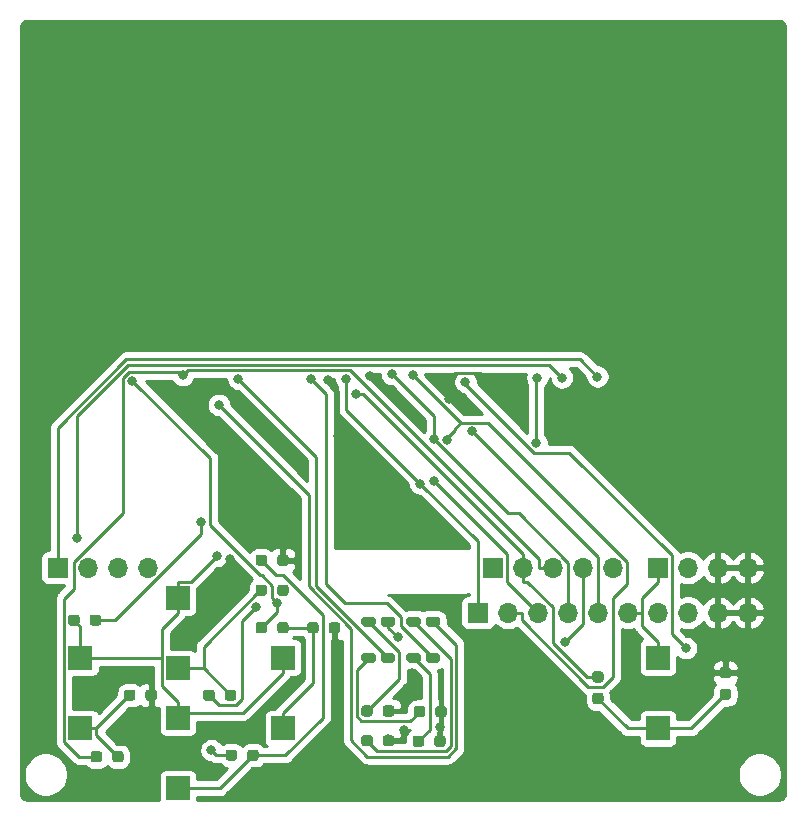
<source format=gbr>
%TF.GenerationSoftware,KiCad,Pcbnew,(5.1.9)-1*%
%TF.CreationDate,2021-11-21T17:51:23+01:00*%
%TF.ProjectId,MemoryBrakout,4d656d6f-7279-4427-9261-6b6f75742e6b,rev?*%
%TF.SameCoordinates,Original*%
%TF.FileFunction,Copper,L1,Top*%
%TF.FilePolarity,Positive*%
%FSLAX46Y46*%
G04 Gerber Fmt 4.6, Leading zero omitted, Abs format (unit mm)*
G04 Created by KiCad (PCBNEW (5.1.9)-1) date 2021-11-21 17:51:23*
%MOMM*%
%LPD*%
G01*
G04 APERTURE LIST*
%TA.AperFunction,ComponentPad*%
%ADD10R,1.700000X1.700000*%
%TD*%
%TA.AperFunction,ComponentPad*%
%ADD11O,1.700000X1.700000*%
%TD*%
%TA.AperFunction,SMDPad,CuDef*%
%ADD12R,2.000000X2.000000*%
%TD*%
%TA.AperFunction,ViaPad*%
%ADD13C,0.800000*%
%TD*%
%TA.AperFunction,Conductor*%
%ADD14C,0.250000*%
%TD*%
%TA.AperFunction,Conductor*%
%ADD15C,0.254000*%
%TD*%
%TA.AperFunction,Conductor*%
%ADD16C,0.100000*%
%TD*%
G04 APERTURE END LIST*
D10*
%TO.P,J2,1*%
%TO.N,/BUT1*%
X189230000Y-95250000D03*
D11*
%TO.P,J2,2*%
%TO.N,/BUT2*%
X191770000Y-95250000D03*
%TO.P,J2,3*%
%TO.N,/BUT3*%
X194310000Y-95250000D03*
%TO.P,J2,4*%
%TO.N,/BUT4*%
X196850000Y-95250000D03*
%TO.P,J2,5*%
%TO.N,/BUT5*%
X199390000Y-95250000D03*
%TD*%
D10*
%TO.P,J3,1*%
%TO.N,/SCK*%
X187960000Y-99060000D03*
D11*
%TO.P,J3,2*%
%TO.N,/MOSI*%
X190500000Y-99060000D03*
%TO.P,J3,3*%
%TO.N,/CS*%
X193040000Y-99060000D03*
%TO.P,J3,4*%
%TO.N,/EXTCOMIN*%
X195580000Y-99060000D03*
%TO.P,J3,5*%
%TO.N,/DISPON*%
X198120000Y-99060000D03*
%TO.P,J3,6*%
%TO.N,+3V3*%
X200660000Y-99060000D03*
%TO.P,J3,7*%
%TO.N,+5V*%
X203200000Y-99060000D03*
%TO.P,J3,8*%
%TO.N,/EXTMODE*%
X205740000Y-99060000D03*
%TO.P,J3,9*%
%TO.N,GND*%
X208280000Y-99060000D03*
%TO.P,J3,10*%
X210820000Y-99060000D03*
%TD*%
%TO.P,J4,4*%
%TO.N,/SCL*%
X160020000Y-95250000D03*
%TO.P,J4,3*%
%TO.N,/SDA*%
X157480000Y-95250000D03*
%TO.P,J4,2*%
%TO.N,/RXD*%
X154940000Y-95250000D03*
D10*
%TO.P,J4,1*%
%TO.N,/TXD*%
X152400000Y-95250000D03*
%TD*%
%TO.P,J5,1*%
%TO.N,+3V3*%
X203200000Y-95250000D03*
D11*
%TO.P,J5,2*%
X205740000Y-95250000D03*
%TO.P,J5,3*%
%TO.N,GND*%
X208280000Y-95250000D03*
%TO.P,J5,4*%
X210820000Y-95250000D03*
%TD*%
%TO.P,R2,1*%
%TO.N,Net-(R2-Pad1)*%
%TA.AperFunction,SMDPad,CuDef*%
G36*
G01*
X209152500Y-106452000D02*
X208677500Y-106452000D01*
G75*
G02*
X208440000Y-106214500I0J237500D01*
G01*
X208440000Y-105714500D01*
G75*
G02*
X208677500Y-105477000I237500J0D01*
G01*
X209152500Y-105477000D01*
G75*
G02*
X209390000Y-105714500I0J-237500D01*
G01*
X209390000Y-106214500D01*
G75*
G02*
X209152500Y-106452000I-237500J0D01*
G01*
G37*
%TD.AperFunction*%
%TO.P,R2,2*%
%TO.N,GND*%
%TA.AperFunction,SMDPad,CuDef*%
G36*
G01*
X209152500Y-104627000D02*
X208677500Y-104627000D01*
G75*
G02*
X208440000Y-104389500I0J237500D01*
G01*
X208440000Y-103889500D01*
G75*
G02*
X208677500Y-103652000I237500J0D01*
G01*
X209152500Y-103652000D01*
G75*
G02*
X209390000Y-103889500I0J-237500D01*
G01*
X209390000Y-104389500D01*
G75*
G02*
X209152500Y-104627000I-237500J0D01*
G01*
G37*
%TD.AperFunction*%
%TD*%
%TO.P,R3,1*%
%TO.N,/BUT2*%
%TA.AperFunction,SMDPad,CuDef*%
G36*
G01*
X197882500Y-104010000D02*
X198357500Y-104010000D01*
G75*
G02*
X198595000Y-104247500I0J-237500D01*
G01*
X198595000Y-104747500D01*
G75*
G02*
X198357500Y-104985000I-237500J0D01*
G01*
X197882500Y-104985000D01*
G75*
G02*
X197645000Y-104747500I0J237500D01*
G01*
X197645000Y-104247500D01*
G75*
G02*
X197882500Y-104010000I237500J0D01*
G01*
G37*
%TD.AperFunction*%
%TO.P,R3,2*%
%TO.N,Net-(R2-Pad1)*%
%TA.AperFunction,SMDPad,CuDef*%
G36*
G01*
X197882500Y-105835000D02*
X198357500Y-105835000D01*
G75*
G02*
X198595000Y-106072500I0J-237500D01*
G01*
X198595000Y-106572500D01*
G75*
G02*
X198357500Y-106810000I-237500J0D01*
G01*
X197882500Y-106810000D01*
G75*
G02*
X197645000Y-106572500I0J237500D01*
G01*
X197645000Y-106072500D01*
G75*
G02*
X197882500Y-105835000I237500J0D01*
G01*
G37*
%TD.AperFunction*%
%TD*%
%TO.P,R4,2*%
%TO.N,GND*%
%TA.AperFunction,SMDPad,CuDef*%
G36*
G01*
X170963000Y-97392500D02*
X170963000Y-96917500D01*
G75*
G02*
X171200500Y-96680000I237500J0D01*
G01*
X171700500Y-96680000D01*
G75*
G02*
X171938000Y-96917500I0J-237500D01*
G01*
X171938000Y-97392500D01*
G75*
G02*
X171700500Y-97630000I-237500J0D01*
G01*
X171200500Y-97630000D01*
G75*
G02*
X170963000Y-97392500I0J237500D01*
G01*
G37*
%TD.AperFunction*%
%TO.P,R4,1*%
%TO.N,Net-(R4-Pad1)*%
%TA.AperFunction,SMDPad,CuDef*%
G36*
G01*
X169138000Y-97392500D02*
X169138000Y-96917500D01*
G75*
G02*
X169375500Y-96680000I237500J0D01*
G01*
X169875500Y-96680000D01*
G75*
G02*
X170113000Y-96917500I0J-237500D01*
G01*
X170113000Y-97392500D01*
G75*
G02*
X169875500Y-97630000I-237500J0D01*
G01*
X169375500Y-97630000D01*
G75*
G02*
X169138000Y-97392500I0J237500D01*
G01*
G37*
%TD.AperFunction*%
%TD*%
%TO.P,R5,1*%
%TO.N,/BUT1*%
%TA.AperFunction,SMDPad,CuDef*%
G36*
G01*
X164692000Y-106282500D02*
X164692000Y-105807500D01*
G75*
G02*
X164929500Y-105570000I237500J0D01*
G01*
X165429500Y-105570000D01*
G75*
G02*
X165667000Y-105807500I0J-237500D01*
G01*
X165667000Y-106282500D01*
G75*
G02*
X165429500Y-106520000I-237500J0D01*
G01*
X164929500Y-106520000D01*
G75*
G02*
X164692000Y-106282500I0J237500D01*
G01*
G37*
%TD.AperFunction*%
%TO.P,R5,2*%
%TO.N,Net-(R4-Pad1)*%
%TA.AperFunction,SMDPad,CuDef*%
G36*
G01*
X166517000Y-106282500D02*
X166517000Y-105807500D01*
G75*
G02*
X166754500Y-105570000I237500J0D01*
G01*
X167254500Y-105570000D01*
G75*
G02*
X167492000Y-105807500I0J-237500D01*
G01*
X167492000Y-106282500D01*
G75*
G02*
X167254500Y-106520000I-237500J0D01*
G01*
X166754500Y-106520000D01*
G75*
G02*
X166517000Y-106282500I0J237500D01*
G01*
G37*
%TD.AperFunction*%
%TD*%
%TO.P,R6,2*%
%TO.N,/EXTMODE*%
%TA.AperFunction,SMDPad,CuDef*%
G36*
G01*
X155087000Y-99932500D02*
X155087000Y-99457500D01*
G75*
G02*
X155324500Y-99220000I237500J0D01*
G01*
X155824500Y-99220000D01*
G75*
G02*
X156062000Y-99457500I0J-237500D01*
G01*
X156062000Y-99932500D01*
G75*
G02*
X155824500Y-100170000I-237500J0D01*
G01*
X155324500Y-100170000D01*
G75*
G02*
X155087000Y-99932500I0J237500D01*
G01*
G37*
%TD.AperFunction*%
%TO.P,R6,1*%
%TO.N,+3V3*%
%TA.AperFunction,SMDPad,CuDef*%
G36*
G01*
X153262000Y-99932500D02*
X153262000Y-99457500D01*
G75*
G02*
X153499500Y-99220000I237500J0D01*
G01*
X153999500Y-99220000D01*
G75*
G02*
X154237000Y-99457500I0J-237500D01*
G01*
X154237000Y-99932500D01*
G75*
G02*
X153999500Y-100170000I-237500J0D01*
G01*
X153499500Y-100170000D01*
G75*
G02*
X153262000Y-99932500I0J237500D01*
G01*
G37*
%TD.AperFunction*%
%TD*%
%TO.P,R8,1*%
%TO.N,Net-(R8-Pad1)*%
%TA.AperFunction,SMDPad,CuDef*%
G36*
G01*
X157985000Y-106282500D02*
X157985000Y-105807500D01*
G75*
G02*
X158222500Y-105570000I237500J0D01*
G01*
X158722500Y-105570000D01*
G75*
G02*
X158960000Y-105807500I0J-237500D01*
G01*
X158960000Y-106282500D01*
G75*
G02*
X158722500Y-106520000I-237500J0D01*
G01*
X158222500Y-106520000D01*
G75*
G02*
X157985000Y-106282500I0J237500D01*
G01*
G37*
%TD.AperFunction*%
%TO.P,R8,2*%
%TO.N,GND*%
%TA.AperFunction,SMDPad,CuDef*%
G36*
G01*
X159810000Y-106282500D02*
X159810000Y-105807500D01*
G75*
G02*
X160047500Y-105570000I237500J0D01*
G01*
X160547500Y-105570000D01*
G75*
G02*
X160785000Y-105807500I0J-237500D01*
G01*
X160785000Y-106282500D01*
G75*
G02*
X160547500Y-106520000I-237500J0D01*
G01*
X160047500Y-106520000D01*
G75*
G02*
X159810000Y-106282500I0J237500D01*
G01*
G37*
%TD.AperFunction*%
%TD*%
%TO.P,R9,2*%
%TO.N,Net-(R8-Pad1)*%
%TA.AperFunction,SMDPad,CuDef*%
G36*
G01*
X156993000Y-111489500D02*
X156993000Y-111014500D01*
G75*
G02*
X157230500Y-110777000I237500J0D01*
G01*
X157730500Y-110777000D01*
G75*
G02*
X157968000Y-111014500I0J-237500D01*
G01*
X157968000Y-111489500D01*
G75*
G02*
X157730500Y-111727000I-237500J0D01*
G01*
X157230500Y-111727000D01*
G75*
G02*
X156993000Y-111489500I0J237500D01*
G01*
G37*
%TD.AperFunction*%
%TO.P,R9,1*%
%TO.N,/BUT3*%
%TA.AperFunction,SMDPad,CuDef*%
G36*
G01*
X155168000Y-111489500D02*
X155168000Y-111014500D01*
G75*
G02*
X155405500Y-110777000I237500J0D01*
G01*
X155905500Y-110777000D01*
G75*
G02*
X156143000Y-111014500I0J-237500D01*
G01*
X156143000Y-111489500D01*
G75*
G02*
X155905500Y-111727000I-237500J0D01*
G01*
X155405500Y-111727000D01*
G75*
G02*
X155168000Y-111489500I0J237500D01*
G01*
G37*
%TD.AperFunction*%
%TD*%
%TO.P,R10,1*%
%TO.N,Net-(R10-Pad1)*%
%TA.AperFunction,SMDPad,CuDef*%
G36*
G01*
X169138000Y-94852500D02*
X169138000Y-94377500D01*
G75*
G02*
X169375500Y-94140000I237500J0D01*
G01*
X169875500Y-94140000D01*
G75*
G02*
X170113000Y-94377500I0J-237500D01*
G01*
X170113000Y-94852500D01*
G75*
G02*
X169875500Y-95090000I-237500J0D01*
G01*
X169375500Y-95090000D01*
G75*
G02*
X169138000Y-94852500I0J237500D01*
G01*
G37*
%TD.AperFunction*%
%TO.P,R10,2*%
%TO.N,GND*%
%TA.AperFunction,SMDPad,CuDef*%
G36*
G01*
X170963000Y-94852500D02*
X170963000Y-94377500D01*
G75*
G02*
X171200500Y-94140000I237500J0D01*
G01*
X171700500Y-94140000D01*
G75*
G02*
X171938000Y-94377500I0J-237500D01*
G01*
X171938000Y-94852500D01*
G75*
G02*
X171700500Y-95090000I-237500J0D01*
G01*
X171200500Y-95090000D01*
G75*
G02*
X170963000Y-94852500I0J237500D01*
G01*
G37*
%TD.AperFunction*%
%TD*%
%TO.P,R11,1*%
%TO.N,Net-(R11-Pad1)*%
%TA.AperFunction,SMDPad,CuDef*%
G36*
G01*
X173502000Y-100567500D02*
X173502000Y-100092500D01*
G75*
G02*
X173739500Y-99855000I237500J0D01*
G01*
X174239500Y-99855000D01*
G75*
G02*
X174477000Y-100092500I0J-237500D01*
G01*
X174477000Y-100567500D01*
G75*
G02*
X174239500Y-100805000I-237500J0D01*
G01*
X173739500Y-100805000D01*
G75*
G02*
X173502000Y-100567500I0J237500D01*
G01*
G37*
%TD.AperFunction*%
%TO.P,R11,2*%
%TO.N,GND*%
%TA.AperFunction,SMDPad,CuDef*%
G36*
G01*
X175327000Y-100567500D02*
X175327000Y-100092500D01*
G75*
G02*
X175564500Y-99855000I237500J0D01*
G01*
X176064500Y-99855000D01*
G75*
G02*
X176302000Y-100092500I0J-237500D01*
G01*
X176302000Y-100567500D01*
G75*
G02*
X176064500Y-100805000I-237500J0D01*
G01*
X175564500Y-100805000D01*
G75*
G02*
X175327000Y-100567500I0J237500D01*
G01*
G37*
%TD.AperFunction*%
%TD*%
%TO.P,R12,2*%
%TO.N,Net-(R10-Pad1)*%
%TA.AperFunction,SMDPad,CuDef*%
G36*
G01*
X168423000Y-111362500D02*
X168423000Y-110887500D01*
G75*
G02*
X168660500Y-110650000I237500J0D01*
G01*
X169160500Y-110650000D01*
G75*
G02*
X169398000Y-110887500I0J-237500D01*
G01*
X169398000Y-111362500D01*
G75*
G02*
X169160500Y-111600000I-237500J0D01*
G01*
X168660500Y-111600000D01*
G75*
G02*
X168423000Y-111362500I0J237500D01*
G01*
G37*
%TD.AperFunction*%
%TO.P,R12,1*%
%TO.N,/BUT4*%
%TA.AperFunction,SMDPad,CuDef*%
G36*
G01*
X166598000Y-111362500D02*
X166598000Y-110887500D01*
G75*
G02*
X166835500Y-110650000I237500J0D01*
G01*
X167335500Y-110650000D01*
G75*
G02*
X167573000Y-110887500I0J-237500D01*
G01*
X167573000Y-111362500D01*
G75*
G02*
X167335500Y-111600000I-237500J0D01*
G01*
X166835500Y-111600000D01*
G75*
G02*
X166598000Y-111362500I0J237500D01*
G01*
G37*
%TD.AperFunction*%
%TD*%
%TO.P,R13,2*%
%TO.N,Net-(R11-Pad1)*%
%TA.AperFunction,SMDPad,CuDef*%
G36*
G01*
X170963000Y-100567500D02*
X170963000Y-100092500D01*
G75*
G02*
X171200500Y-99855000I237500J0D01*
G01*
X171700500Y-99855000D01*
G75*
G02*
X171938000Y-100092500I0J-237500D01*
G01*
X171938000Y-100567500D01*
G75*
G02*
X171700500Y-100805000I-237500J0D01*
G01*
X171200500Y-100805000D01*
G75*
G02*
X170963000Y-100567500I0J237500D01*
G01*
G37*
%TD.AperFunction*%
%TO.P,R13,1*%
%TO.N,/BUT5*%
%TA.AperFunction,SMDPad,CuDef*%
G36*
G01*
X169138000Y-100567500D02*
X169138000Y-100092500D01*
G75*
G02*
X169375500Y-99855000I237500J0D01*
G01*
X169875500Y-99855000D01*
G75*
G02*
X170113000Y-100092500I0J-237500D01*
G01*
X170113000Y-100567500D01*
G75*
G02*
X169875500Y-100805000I-237500J0D01*
G01*
X169375500Y-100805000D01*
G75*
G02*
X169138000Y-100567500I0J237500D01*
G01*
G37*
%TD.AperFunction*%
%TD*%
D12*
%TO.P,SW1,2*%
%TO.N,Net-(R2-Pad1)*%
X203200000Y-108855000D03*
%TO.P,SW1,1*%
%TO.N,+3V3*%
X203200000Y-102855000D03*
%TD*%
%TO.P,SW2,1*%
%TO.N,+3V3*%
X162560000Y-97775000D03*
%TO.P,SW2,2*%
%TO.N,Net-(R4-Pad1)*%
X162560000Y-103775000D03*
%TD*%
%TO.P,SW3,1*%
%TO.N,+3V3*%
X154305000Y-102855000D03*
%TO.P,SW3,2*%
%TO.N,Net-(R8-Pad1)*%
X154305000Y-108855000D03*
%TD*%
%TO.P,SW4,2*%
%TO.N,Net-(R10-Pad1)*%
X162560000Y-113935000D03*
%TO.P,SW4,1*%
%TO.N,+3V3*%
X162560000Y-107935000D03*
%TD*%
%TO.P,SW5,2*%
%TO.N,Net-(R11-Pad1)*%
X171450000Y-108855000D03*
%TO.P,SW5,1*%
%TO.N,+3V3*%
X171450000Y-102855000D03*
%TD*%
%TO.P,D1,1*%
%TO.N,Net-(D1-Pad1)*%
%TA.AperFunction,SMDPad,CuDef*%
G36*
G01*
X178103000Y-100017500D02*
X178103000Y-99592500D01*
G75*
G02*
X178315500Y-99380000I212500J0D01*
G01*
X179115500Y-99380000D01*
G75*
G02*
X179328000Y-99592500I0J-212500D01*
G01*
X179328000Y-100017500D01*
G75*
G02*
X179115500Y-100230000I-212500J0D01*
G01*
X178315500Y-100230000D01*
G75*
G02*
X178103000Y-100017500I0J212500D01*
G01*
G37*
%TD.AperFunction*%
%TO.P,D1,2*%
%TO.N,/LEDYellow*%
%TA.AperFunction,SMDPad,CuDef*%
G36*
G01*
X179728000Y-100017500D02*
X179728000Y-99592500D01*
G75*
G02*
X179940500Y-99380000I212500J0D01*
G01*
X180740500Y-99380000D01*
G75*
G02*
X180953000Y-99592500I0J-212500D01*
G01*
X180953000Y-100017500D01*
G75*
G02*
X180740500Y-100230000I-212500J0D01*
G01*
X179940500Y-100230000D01*
G75*
G02*
X179728000Y-100017500I0J212500D01*
G01*
G37*
%TD.AperFunction*%
%TD*%
%TO.P,D2,2*%
%TO.N,/LEDPink*%
%TA.AperFunction,SMDPad,CuDef*%
G36*
G01*
X179728000Y-103082500D02*
X179728000Y-102657500D01*
G75*
G02*
X179940500Y-102445000I212500J0D01*
G01*
X180740500Y-102445000D01*
G75*
G02*
X180953000Y-102657500I0J-212500D01*
G01*
X180953000Y-103082500D01*
G75*
G02*
X180740500Y-103295000I-212500J0D01*
G01*
X179940500Y-103295000D01*
G75*
G02*
X179728000Y-103082500I0J212500D01*
G01*
G37*
%TD.AperFunction*%
%TO.P,D2,1*%
%TO.N,Net-(D2-Pad1)*%
%TA.AperFunction,SMDPad,CuDef*%
G36*
G01*
X178103000Y-103082500D02*
X178103000Y-102657500D01*
G75*
G02*
X178315500Y-102445000I212500J0D01*
G01*
X179115500Y-102445000D01*
G75*
G02*
X179328000Y-102657500I0J-212500D01*
G01*
X179328000Y-103082500D01*
G75*
G02*
X179115500Y-103295000I-212500J0D01*
G01*
X178315500Y-103295000D01*
G75*
G02*
X178103000Y-103082500I0J212500D01*
G01*
G37*
%TD.AperFunction*%
%TD*%
%TO.P,D3,1*%
%TO.N,Net-(D3-Pad1)*%
%TA.AperFunction,SMDPad,CuDef*%
G36*
G01*
X181913000Y-100017500D02*
X181913000Y-99592500D01*
G75*
G02*
X182125500Y-99380000I212500J0D01*
G01*
X182925500Y-99380000D01*
G75*
G02*
X183138000Y-99592500I0J-212500D01*
G01*
X183138000Y-100017500D01*
G75*
G02*
X182925500Y-100230000I-212500J0D01*
G01*
X182125500Y-100230000D01*
G75*
G02*
X181913000Y-100017500I0J212500D01*
G01*
G37*
%TD.AperFunction*%
%TO.P,D3,2*%
%TO.N,/LEDYellow2*%
%TA.AperFunction,SMDPad,CuDef*%
G36*
G01*
X183538000Y-100017500D02*
X183538000Y-99592500D01*
G75*
G02*
X183750500Y-99380000I212500J0D01*
G01*
X184550500Y-99380000D01*
G75*
G02*
X184763000Y-99592500I0J-212500D01*
G01*
X184763000Y-100017500D01*
G75*
G02*
X184550500Y-100230000I-212500J0D01*
G01*
X183750500Y-100230000D01*
G75*
G02*
X183538000Y-100017500I0J212500D01*
G01*
G37*
%TD.AperFunction*%
%TD*%
%TO.P,D4,2*%
%TO.N,/LEDPink2*%
%TA.AperFunction,SMDPad,CuDef*%
G36*
G01*
X183538000Y-103082500D02*
X183538000Y-102657500D01*
G75*
G02*
X183750500Y-102445000I212500J0D01*
G01*
X184550500Y-102445000D01*
G75*
G02*
X184763000Y-102657500I0J-212500D01*
G01*
X184763000Y-103082500D01*
G75*
G02*
X184550500Y-103295000I-212500J0D01*
G01*
X183750500Y-103295000D01*
G75*
G02*
X183538000Y-103082500I0J212500D01*
G01*
G37*
%TD.AperFunction*%
%TO.P,D4,1*%
%TO.N,Net-(D4-Pad1)*%
%TA.AperFunction,SMDPad,CuDef*%
G36*
G01*
X181913000Y-103082500D02*
X181913000Y-102657500D01*
G75*
G02*
X182125500Y-102445000I212500J0D01*
G01*
X182925500Y-102445000D01*
G75*
G02*
X183138000Y-102657500I0J-212500D01*
G01*
X183138000Y-103082500D01*
G75*
G02*
X182925500Y-103295000I-212500J0D01*
G01*
X182125500Y-103295000D01*
G75*
G02*
X181913000Y-103082500I0J212500D01*
G01*
G37*
%TD.AperFunction*%
%TD*%
%TO.P,R14,1*%
%TO.N,Net-(D1-Pad1)*%
%TA.AperFunction,SMDPad,CuDef*%
G36*
G01*
X178080000Y-107622500D02*
X178080000Y-107147500D01*
G75*
G02*
X178317500Y-106910000I237500J0D01*
G01*
X178817500Y-106910000D01*
G75*
G02*
X179055000Y-107147500I0J-237500D01*
G01*
X179055000Y-107622500D01*
G75*
G02*
X178817500Y-107860000I-237500J0D01*
G01*
X178317500Y-107860000D01*
G75*
G02*
X178080000Y-107622500I0J237500D01*
G01*
G37*
%TD.AperFunction*%
%TO.P,R14,2*%
%TO.N,GND*%
%TA.AperFunction,SMDPad,CuDef*%
G36*
G01*
X179905000Y-107622500D02*
X179905000Y-107147500D01*
G75*
G02*
X180142500Y-106910000I237500J0D01*
G01*
X180642500Y-106910000D01*
G75*
G02*
X180880000Y-107147500I0J-237500D01*
G01*
X180880000Y-107622500D01*
G75*
G02*
X180642500Y-107860000I-237500J0D01*
G01*
X180142500Y-107860000D01*
G75*
G02*
X179905000Y-107622500I0J237500D01*
G01*
G37*
%TD.AperFunction*%
%TD*%
%TO.P,R15,2*%
%TO.N,GND*%
%TA.AperFunction,SMDPad,CuDef*%
G36*
G01*
X184355000Y-107672500D02*
X184355000Y-107197500D01*
G75*
G02*
X184592500Y-106960000I237500J0D01*
G01*
X185092500Y-106960000D01*
G75*
G02*
X185330000Y-107197500I0J-237500D01*
G01*
X185330000Y-107672500D01*
G75*
G02*
X185092500Y-107910000I-237500J0D01*
G01*
X184592500Y-107910000D01*
G75*
G02*
X184355000Y-107672500I0J237500D01*
G01*
G37*
%TD.AperFunction*%
%TO.P,R15,1*%
%TO.N,Net-(D2-Pad1)*%
%TA.AperFunction,SMDPad,CuDef*%
G36*
G01*
X182530000Y-107672500D02*
X182530000Y-107197500D01*
G75*
G02*
X182767500Y-106960000I237500J0D01*
G01*
X183267500Y-106960000D01*
G75*
G02*
X183505000Y-107197500I0J-237500D01*
G01*
X183505000Y-107672500D01*
G75*
G02*
X183267500Y-107910000I-237500J0D01*
G01*
X182767500Y-107910000D01*
G75*
G02*
X182530000Y-107672500I0J237500D01*
G01*
G37*
%TD.AperFunction*%
%TD*%
%TO.P,R16,1*%
%TO.N,Net-(D3-Pad1)*%
%TA.AperFunction,SMDPad,CuDef*%
G36*
G01*
X178080000Y-110132500D02*
X178080000Y-109657500D01*
G75*
G02*
X178317500Y-109420000I237500J0D01*
G01*
X178817500Y-109420000D01*
G75*
G02*
X179055000Y-109657500I0J-237500D01*
G01*
X179055000Y-110132500D01*
G75*
G02*
X178817500Y-110370000I-237500J0D01*
G01*
X178317500Y-110370000D01*
G75*
G02*
X178080000Y-110132500I0J237500D01*
G01*
G37*
%TD.AperFunction*%
%TO.P,R16,2*%
%TO.N,GND*%
%TA.AperFunction,SMDPad,CuDef*%
G36*
G01*
X179905000Y-110132500D02*
X179905000Y-109657500D01*
G75*
G02*
X180142500Y-109420000I237500J0D01*
G01*
X180642500Y-109420000D01*
G75*
G02*
X180880000Y-109657500I0J-237500D01*
G01*
X180880000Y-110132500D01*
G75*
G02*
X180642500Y-110370000I-237500J0D01*
G01*
X180142500Y-110370000D01*
G75*
G02*
X179905000Y-110132500I0J237500D01*
G01*
G37*
%TD.AperFunction*%
%TD*%
%TO.P,R17,2*%
%TO.N,GND*%
%TA.AperFunction,SMDPad,CuDef*%
G36*
G01*
X184255000Y-110182500D02*
X184255000Y-109707500D01*
G75*
G02*
X184492500Y-109470000I237500J0D01*
G01*
X184992500Y-109470000D01*
G75*
G02*
X185230000Y-109707500I0J-237500D01*
G01*
X185230000Y-110182500D01*
G75*
G02*
X184992500Y-110420000I-237500J0D01*
G01*
X184492500Y-110420000D01*
G75*
G02*
X184255000Y-110182500I0J237500D01*
G01*
G37*
%TD.AperFunction*%
%TO.P,R17,1*%
%TO.N,Net-(D4-Pad1)*%
%TA.AperFunction,SMDPad,CuDef*%
G36*
G01*
X182430000Y-110182500D02*
X182430000Y-109707500D01*
G75*
G02*
X182667500Y-109470000I237500J0D01*
G01*
X183167500Y-109470000D01*
G75*
G02*
X183405000Y-109707500I0J-237500D01*
G01*
X183405000Y-110182500D01*
G75*
G02*
X183167500Y-110420000I-237500J0D01*
G01*
X182667500Y-110420000D01*
G75*
G02*
X182430000Y-110182500I0J237500D01*
G01*
G37*
%TD.AperFunction*%
%TD*%
D13*
%TO.N,GND*%
X171526200Y-97223580D03*
X164846000Y-75692000D03*
X172974000Y-73660000D03*
X170180000Y-76200000D03*
X183134000Y-75692000D03*
X190754000Y-75946000D03*
X195834000Y-73152000D03*
X200660000Y-76708000D03*
X180340000Y-107442000D03*
X180340000Y-109728000D03*
%TO.N,/DISPON*%
X187428600Y-83688600D03*
%TO.N,GND*%
X182372000Y-104140000D03*
X176022000Y-101854000D03*
X174498000Y-111760000D03*
X175768000Y-109220000D03*
X165608000Y-79756000D03*
X178816000Y-78994000D03*
X176149000Y-84099400D03*
X175260000Y-79375000D03*
X185496200Y-80975200D03*
X189255400Y-79756000D03*
X181737000Y-109016800D03*
X184785000Y-108737400D03*
X168503600Y-93243400D03*
X167005000Y-94525000D03*
X163753800Y-101574600D03*
X166537640Y-97703640D03*
%TO.N,+3V3*%
X165847500Y-94273500D03*
%TO.N,/TXD*%
X198085000Y-79061700D03*
%TO.N,/RXD*%
X195066500Y-79148100D03*
X154037400Y-92760300D03*
%TO.N,/BUT1*%
X192988300Y-79149600D03*
X192910300Y-84677800D03*
X169212500Y-98572300D03*
%TO.N,/CS*%
X184230600Y-87947900D03*
%TO.N,/MOSI*%
X182431800Y-78954700D03*
X185360100Y-84415500D03*
%TO.N,/EXTCOMIN*%
X180693400Y-78859500D03*
X184238100Y-84389400D03*
%TO.N,/SCK*%
X176827700Y-79275100D03*
X183072700Y-88123000D03*
%TO.N,/BUT2*%
X177602300Y-80542100D03*
%TO.N,/BUT3*%
X162968100Y-78954300D03*
%TO.N,/BUT4*%
X195328100Y-101572800D03*
X165389400Y-110702000D03*
%TO.N,/BUT5*%
X158714400Y-79399300D03*
X170991500Y-98272000D03*
%TO.N,/EXTMODE*%
X164541500Y-91377300D03*
%TO.N,/LEDYellow*%
X186901500Y-79522800D03*
X205568800Y-102058300D03*
X181164300Y-101136000D03*
%TO.N,/LEDPink*%
X167687500Y-79254800D03*
%TO.N,/LEDYellow2*%
X166024300Y-81454600D03*
%TO.N,/LEDPink2*%
X173817300Y-79291600D03*
%TD*%
D14*
%TO.N,/DISPON*%
X187428600Y-83688600D02*
X198120000Y-94380000D01*
X198120000Y-94380000D02*
X198120000Y-99060000D01*
%TO.N,GND*%
X176149000Y-84099400D02*
X176149000Y-80289400D01*
X175260000Y-79400400D02*
X175260000Y-79375000D01*
X176149000Y-80289400D02*
X175260000Y-79400400D01*
X185496200Y-80975200D02*
X185496200Y-79349600D01*
X186048001Y-78797799D02*
X188119399Y-78797799D01*
X185496200Y-79349600D02*
X186048001Y-78797799D01*
X189077600Y-79756000D02*
X189255400Y-79756000D01*
X188119399Y-78797799D02*
X189077600Y-79756000D01*
X167005000Y-94525000D02*
X165531800Y-95998200D01*
X165531800Y-99796600D02*
X163753800Y-101574600D01*
X166537640Y-97703640D02*
X165562280Y-97703640D01*
X165562280Y-97703640D02*
X165531800Y-97734120D01*
X165531800Y-97734120D02*
X165531800Y-99796600D01*
X165531800Y-95998200D02*
X165531800Y-97734120D01*
%TO.N,+3V3*%
X162560000Y-97775000D02*
X162560000Y-96449700D01*
X165847500Y-94273500D02*
X163671300Y-96449700D01*
X163671300Y-96449700D02*
X162560000Y-96449700D01*
X203200000Y-95250000D02*
X203200000Y-96425300D01*
X203200000Y-96425300D02*
X201835300Y-97790000D01*
X201835300Y-97790000D02*
X201835300Y-99060000D01*
X171450000Y-104180300D02*
X168107000Y-107523300D01*
X168107000Y-107523300D02*
X162560000Y-107523300D01*
X171450000Y-102855000D02*
X171450000Y-104180300D01*
X162560000Y-107523300D02*
X162560000Y-106609700D01*
X162560000Y-107935000D02*
X162560000Y-107523300D01*
X161234700Y-102855000D02*
X161234700Y-100425600D01*
X161234700Y-100425600D02*
X162560000Y-99100300D01*
X200660000Y-99060000D02*
X201835300Y-99060000D01*
X203200000Y-102855000D02*
X203200000Y-101529700D01*
X203200000Y-101529700D02*
X201835300Y-100165000D01*
X201835300Y-100165000D02*
X201835300Y-99060000D01*
X161234700Y-102855000D02*
X161234700Y-105284400D01*
X161234700Y-105284400D02*
X162560000Y-106609700D01*
X161234700Y-102855000D02*
X154305000Y-102855000D01*
X162560000Y-97775000D02*
X162560000Y-99100300D01*
X154305000Y-102855000D02*
X154305000Y-100250500D01*
X154305000Y-100250500D02*
X153749500Y-99695000D01*
%TO.N,/TXD*%
X152400000Y-95250000D02*
X152400000Y-83384400D01*
X152400000Y-83384400D02*
X158202300Y-77582100D01*
X158202300Y-77582100D02*
X196605400Y-77582100D01*
X196605400Y-77582100D02*
X198085000Y-79061700D01*
%TO.N,/RXD*%
X154037400Y-92760300D02*
X154037400Y-82384300D01*
X154037400Y-82384300D02*
X158354900Y-78066800D01*
X158354900Y-78066800D02*
X193985200Y-78066800D01*
X193985200Y-78066800D02*
X195066500Y-79148100D01*
%TO.N,/BUT1*%
X192988300Y-79149600D02*
X192910300Y-79227600D01*
X192910300Y-79227600D02*
X192910300Y-84677800D01*
X169212500Y-98572300D02*
X168001500Y-99783300D01*
X168001500Y-99783300D02*
X168001500Y-106379400D01*
X168001500Y-106379400D02*
X167481400Y-106899500D01*
X167481400Y-106899500D02*
X166034000Y-106899500D01*
X166034000Y-106899500D02*
X165179500Y-106045000D01*
%TO.N,/CS*%
X193040000Y-99060000D02*
X190405400Y-96425400D01*
X190405400Y-96425400D02*
X190405400Y-94122700D01*
X190405400Y-94122700D02*
X184230600Y-87947900D01*
%TO.N,/MOSI*%
X186489400Y-83012200D02*
X186054600Y-83447000D01*
X186054600Y-83447000D02*
X186054600Y-83584000D01*
X186054600Y-83584000D02*
X185360100Y-84278500D01*
X185360100Y-84278500D02*
X185360100Y-84415500D01*
X191675300Y-99060000D02*
X191675300Y-99691000D01*
X191675300Y-99691000D02*
X197299700Y-105315400D01*
X197299700Y-105315400D02*
X198587900Y-105315400D01*
X198587900Y-105315400D02*
X199390000Y-104513300D01*
X199390000Y-104513300D02*
X199390000Y-97852400D01*
X199390000Y-97852400D02*
X200597100Y-96645300D01*
X200597100Y-96645300D02*
X200597100Y-94740000D01*
X200597100Y-94740000D02*
X188820400Y-82963300D01*
X188820400Y-82963300D02*
X186538300Y-82963300D01*
X186538300Y-82963300D02*
X186489400Y-83012200D01*
X186489400Y-83012200D02*
X182431800Y-78954700D01*
X190500000Y-99060000D02*
X191675300Y-99060000D01*
%TO.N,/EXTCOMIN*%
X180693400Y-78859500D02*
X184238100Y-82404200D01*
X184238100Y-82404200D02*
X184238100Y-84389400D01*
X195580000Y-99060000D02*
X195580000Y-94822200D01*
X195580000Y-94822200D02*
X191402700Y-90644900D01*
X191402700Y-90644900D02*
X190493600Y-90644900D01*
X190493600Y-90644900D02*
X184238100Y-84389400D01*
%TO.N,/SCK*%
X183072700Y-88123000D02*
X176827700Y-81878000D01*
X176827700Y-81878000D02*
X176827700Y-79275100D01*
X187960000Y-99060000D02*
X187960000Y-93010300D01*
X187960000Y-93010300D02*
X183072700Y-88123000D01*
%TO.N,/BUT2*%
X191770000Y-95250000D02*
X191770000Y-96425300D01*
X198120000Y-104497500D02*
X197181000Y-104497500D01*
X197181000Y-104497500D02*
X194310000Y-101626500D01*
X194310000Y-101626500D02*
X194310000Y-98598000D01*
X194310000Y-98598000D02*
X192137300Y-96425300D01*
X192137300Y-96425300D02*
X191770000Y-96425300D01*
X191770000Y-95250000D02*
X191770000Y-94074700D01*
X191770000Y-94074700D02*
X178237400Y-80542100D01*
X178237400Y-80542100D02*
X177602300Y-80542100D01*
%TO.N,/BUT3*%
X162968100Y-78954300D02*
X162687800Y-78674000D01*
X162687800Y-78674000D02*
X158410700Y-78674000D01*
X158410700Y-78674000D02*
X157885500Y-79199200D01*
X157885500Y-79199200D02*
X157885500Y-90590600D01*
X157885500Y-90590600D02*
X153749000Y-94727100D01*
X153749000Y-94727100D02*
X153749000Y-97018200D01*
X153749000Y-97018200D02*
X152906300Y-97860900D01*
X152906300Y-97860900D02*
X152906300Y-109994200D01*
X152906300Y-109994200D02*
X154164100Y-111252000D01*
X154164100Y-111252000D02*
X155655500Y-111252000D01*
X162968100Y-78954300D02*
X163393300Y-78529100D01*
X163393300Y-78529100D02*
X177142200Y-78529100D01*
X177142200Y-78529100D02*
X193134700Y-94521600D01*
X193134700Y-94521600D02*
X193134700Y-95250000D01*
X194310000Y-95250000D02*
X193134700Y-95250000D01*
%TO.N,/BUT4*%
X196850000Y-95250000D02*
X196850000Y-100050900D01*
X196850000Y-100050900D02*
X195328100Y-101572800D01*
X167085500Y-111125000D02*
X165812400Y-111125000D01*
X165812400Y-111125000D02*
X165389400Y-110702000D01*
%TO.N,/BUT5*%
X170991500Y-98272000D02*
X170538000Y-97818500D01*
X170538000Y-97818500D02*
X170538000Y-96782900D01*
X170538000Y-96782900D02*
X169640100Y-95885000D01*
X169640100Y-95885000D02*
X169552000Y-95885000D01*
X169552000Y-95885000D02*
X165298900Y-91631900D01*
X165298900Y-91631900D02*
X165298900Y-85983800D01*
X165298900Y-85983800D02*
X158714400Y-79399300D01*
X169625500Y-100330000D02*
X170991500Y-98964000D01*
X170991500Y-98964000D02*
X170991500Y-98272000D01*
%TO.N,/EXTMODE*%
X164541500Y-91377300D02*
X164541500Y-92426200D01*
X164541500Y-92426200D02*
X157272700Y-99695000D01*
X157272700Y-99695000D02*
X155574500Y-99695000D01*
%TO.N,Net-(R2-Pad1)*%
X203200000Y-108855000D02*
X206024500Y-108855000D01*
X206024500Y-108855000D02*
X208915000Y-105964500D01*
X198120000Y-106322500D02*
X200652500Y-108855000D01*
X200652500Y-108855000D02*
X203200000Y-108855000D01*
%TO.N,Net-(R4-Pad1)*%
X164734500Y-103775000D02*
X167004500Y-106045000D01*
X162560000Y-103775000D02*
X164734500Y-103775000D01*
X164734500Y-103775000D02*
X164734500Y-101934300D01*
X164734500Y-101934300D02*
X169513800Y-97155000D01*
X169513800Y-97155000D02*
X169625500Y-97155000D01*
%TO.N,Net-(R8-Pad1)*%
X158472500Y-106045000D02*
X158440300Y-106045000D01*
X158440300Y-106045000D02*
X155630300Y-108855000D01*
X154305000Y-108855000D02*
X155630300Y-108855000D01*
X155630300Y-108855000D02*
X155630300Y-109401800D01*
X155630300Y-109401800D02*
X157480500Y-111252000D01*
%TO.N,Net-(R10-Pad1)*%
X162560000Y-113935000D02*
X166100500Y-113935000D01*
X166100500Y-113935000D02*
X168910500Y-111125000D01*
X168910500Y-111125000D02*
X171649900Y-111125000D01*
X171649900Y-111125000D02*
X174817600Y-107957300D01*
X174817600Y-107957300D02*
X174817600Y-99237400D01*
X174817600Y-99237400D02*
X171465200Y-95885000D01*
X171465200Y-95885000D02*
X170895500Y-95885000D01*
X170895500Y-95885000D02*
X169625500Y-94615000D01*
%TO.N,Net-(R11-Pad1)*%
X173989500Y-100330000D02*
X171450500Y-100330000D01*
X171450000Y-107529700D02*
X173989500Y-104990200D01*
X173989500Y-104990200D02*
X173989500Y-100330000D01*
X171450000Y-108855000D02*
X171450000Y-107529700D01*
%TO.N,Net-(D1-Pad1)*%
X178715500Y-99805000D02*
X181304700Y-102394200D01*
X181304700Y-102394200D02*
X181304700Y-104647800D01*
X181304700Y-104647800D02*
X178567500Y-107385000D01*
%TO.N,/LEDYellow*%
X186901500Y-79522800D02*
X186901500Y-79694900D01*
X186901500Y-79694900D02*
X192712100Y-85505500D01*
X192712100Y-85505500D02*
X195679300Y-85505500D01*
X195679300Y-85505500D02*
X204375400Y-94201600D01*
X204375400Y-94201600D02*
X204375400Y-100864900D01*
X204375400Y-100864900D02*
X205568800Y-102058300D01*
X180340500Y-99805000D02*
X180340500Y-100312200D01*
X180340500Y-100312200D02*
X181164300Y-101136000D01*
%TO.N,/LEDPink*%
X180340500Y-102870000D02*
X174272100Y-96801600D01*
X174272100Y-96801600D02*
X174272100Y-85839400D01*
X174272100Y-85839400D02*
X167687500Y-79254800D01*
%TO.N,Net-(D2-Pad1)*%
X183017500Y-107435000D02*
X182243800Y-108208700D01*
X182243800Y-108208700D02*
X178068700Y-108208700D01*
X178068700Y-108208700D02*
X177700800Y-107840800D01*
X177700800Y-107840800D02*
X177700800Y-103884700D01*
X177700800Y-103884700D02*
X178715500Y-102870000D01*
%TO.N,Net-(D3-Pad1)*%
X182525500Y-99805000D02*
X185658900Y-102938400D01*
X185658900Y-102938400D02*
X185658900Y-110364500D01*
X185658900Y-110364500D02*
X185247000Y-110776400D01*
X185247000Y-110776400D02*
X179448900Y-110776400D01*
X179448900Y-110776400D02*
X178567500Y-109895000D01*
%TO.N,/LEDYellow2*%
X184150500Y-99805000D02*
X186145700Y-101800200D01*
X186145700Y-101800200D02*
X186145700Y-110516000D01*
X186145700Y-110516000D02*
X185425100Y-111236600D01*
X185425100Y-111236600D02*
X178599400Y-111236600D01*
X178599400Y-111236600D02*
X177234600Y-109871800D01*
X177234600Y-109871800D02*
X177234600Y-100433800D01*
X177234600Y-100433800D02*
X173624600Y-96823800D01*
X173624600Y-96823800D02*
X173624600Y-89054900D01*
X173624600Y-89054900D02*
X166024300Y-81454600D01*
%TO.N,/LEDPink2*%
X184150500Y-102870000D02*
X181433000Y-100152500D01*
X181433000Y-100152500D02*
X181433000Y-99458800D01*
X181433000Y-99458800D02*
X180247800Y-98273600D01*
X180247800Y-98273600D02*
X176728100Y-98273600D01*
X176728100Y-98273600D02*
X175088000Y-96633500D01*
X175088000Y-96633500D02*
X175088000Y-80562300D01*
X175088000Y-80562300D02*
X173817300Y-79291600D01*
%TO.N,Net-(D4-Pad1)*%
X182525500Y-102870000D02*
X183865500Y-104210000D01*
X183865500Y-104210000D02*
X183865500Y-108997000D01*
X183865500Y-108997000D02*
X182917500Y-109945000D01*
%TD*%
D15*
%TO.N,GND*%
X213477869Y-48934722D02*
X213591246Y-48968953D01*
X213695819Y-49024555D01*
X213787596Y-49099407D01*
X213863091Y-49190664D01*
X213919419Y-49294844D01*
X213954440Y-49407976D01*
X213970000Y-49556022D01*
X213970001Y-114267711D01*
X213955278Y-114417869D01*
X213921047Y-114531246D01*
X213865446Y-114635817D01*
X213790594Y-114727595D01*
X213699335Y-114803091D01*
X213595160Y-114859419D01*
X213482024Y-114894440D01*
X213333979Y-114910000D01*
X164198072Y-114910000D01*
X164198072Y-114695000D01*
X166063178Y-114695000D01*
X166100500Y-114698676D01*
X166137822Y-114695000D01*
X166137833Y-114695000D01*
X166249486Y-114684003D01*
X166392747Y-114640546D01*
X166524776Y-114569974D01*
X166640501Y-114475001D01*
X166664304Y-114445997D01*
X168519957Y-112590344D01*
X209951000Y-112590344D01*
X209951000Y-112961656D01*
X210023439Y-113325834D01*
X210165534Y-113668882D01*
X210371825Y-113977618D01*
X210634382Y-114240175D01*
X210943118Y-114446466D01*
X211286166Y-114588561D01*
X211650344Y-114661000D01*
X212021656Y-114661000D01*
X212385834Y-114588561D01*
X212728882Y-114446466D01*
X213037618Y-114240175D01*
X213300175Y-113977618D01*
X213506466Y-113668882D01*
X213648561Y-113325834D01*
X213721000Y-112961656D01*
X213721000Y-112590344D01*
X213648561Y-112226166D01*
X213506466Y-111883118D01*
X213300175Y-111574382D01*
X213037618Y-111311825D01*
X212728882Y-111105534D01*
X212385834Y-110963439D01*
X212021656Y-110891000D01*
X211650344Y-110891000D01*
X211286166Y-110963439D01*
X210943118Y-111105534D01*
X210634382Y-111311825D01*
X210371825Y-111574382D01*
X210165534Y-111883118D01*
X210023439Y-112226166D01*
X209951000Y-112590344D01*
X168519957Y-112590344D01*
X168872230Y-112238072D01*
X169160500Y-112238072D01*
X169331316Y-112221248D01*
X169495567Y-112171423D01*
X169646942Y-112090512D01*
X169779623Y-111981623D01*
X169858920Y-111885000D01*
X171612578Y-111885000D01*
X171649900Y-111888676D01*
X171687222Y-111885000D01*
X171687233Y-111885000D01*
X171798886Y-111874003D01*
X171942147Y-111830546D01*
X172074176Y-111759974D01*
X172189901Y-111665001D01*
X172213704Y-111635997D01*
X175328604Y-108521098D01*
X175357601Y-108497301D01*
X175452574Y-108381576D01*
X175523146Y-108249547D01*
X175566603Y-108106286D01*
X175577600Y-107994633D01*
X175577600Y-107994624D01*
X175581276Y-107957301D01*
X175577600Y-107919978D01*
X175577600Y-101391150D01*
X175687500Y-101281250D01*
X175687500Y-100457000D01*
X175667500Y-100457000D01*
X175667500Y-100203000D01*
X175687500Y-100203000D01*
X175687500Y-100183000D01*
X175908998Y-100183000D01*
X175961500Y-100235502D01*
X175961500Y-100457000D01*
X175941500Y-100457000D01*
X175941500Y-101281250D01*
X176100250Y-101440000D01*
X176302000Y-101443072D01*
X176426482Y-101430812D01*
X176474601Y-101416215D01*
X176474600Y-109834478D01*
X176470924Y-109871800D01*
X176474600Y-109909122D01*
X176474600Y-109909132D01*
X176485597Y-110020785D01*
X176522726Y-110143185D01*
X176529054Y-110164046D01*
X176599626Y-110296076D01*
X176618666Y-110319276D01*
X176694599Y-110411801D01*
X176723603Y-110435604D01*
X178035601Y-111747603D01*
X178059399Y-111776601D01*
X178175124Y-111871574D01*
X178307153Y-111942146D01*
X178450414Y-111985603D01*
X178562067Y-111996600D01*
X178562075Y-111996600D01*
X178599400Y-112000276D01*
X178636725Y-111996600D01*
X185387778Y-111996600D01*
X185425100Y-112000276D01*
X185462422Y-111996600D01*
X185462433Y-111996600D01*
X185574086Y-111985603D01*
X185717347Y-111942146D01*
X185849376Y-111871574D01*
X185965101Y-111776601D01*
X185988903Y-111747598D01*
X186656702Y-111079799D01*
X186685701Y-111056001D01*
X186780674Y-110940276D01*
X186851246Y-110808247D01*
X186894703Y-110664986D01*
X186905700Y-110553333D01*
X186905700Y-110553324D01*
X186909376Y-110516001D01*
X186905700Y-110478678D01*
X186905700Y-101837523D01*
X186909376Y-101800200D01*
X186905700Y-101762877D01*
X186905700Y-101762867D01*
X186894703Y-101651214D01*
X186851246Y-101507953D01*
X186814924Y-101440000D01*
X186780674Y-101375923D01*
X186709499Y-101289197D01*
X186685701Y-101260199D01*
X186656704Y-101236402D01*
X185401072Y-99980771D01*
X185401072Y-99592500D01*
X185384728Y-99426562D01*
X185336326Y-99267000D01*
X185257725Y-99119948D01*
X185151945Y-98991055D01*
X185023052Y-98885275D01*
X184876000Y-98806674D01*
X184716438Y-98758272D01*
X184550500Y-98741928D01*
X183750500Y-98741928D01*
X183584562Y-98758272D01*
X183425000Y-98806674D01*
X183338000Y-98853177D01*
X183251000Y-98806674D01*
X183091438Y-98758272D01*
X182925500Y-98741928D01*
X182125500Y-98741928D01*
X181959562Y-98758272D01*
X181842718Y-98793716D01*
X180811604Y-97762603D01*
X180787801Y-97733599D01*
X180672076Y-97638626D01*
X180540047Y-97568054D01*
X180396786Y-97524597D01*
X180377526Y-97522700D01*
X186957105Y-97522700D01*
X186988150Y-97519642D01*
X186991105Y-97519663D01*
X187001318Y-97518662D01*
X187049201Y-97513629D01*
X187065085Y-97512065D01*
X187065615Y-97511904D01*
X187098367Y-97508462D01*
X187163644Y-97495062D01*
X187200000Y-97488127D01*
X187200000Y-97571928D01*
X187110000Y-97571928D01*
X186985518Y-97584188D01*
X186865820Y-97620498D01*
X186755506Y-97679463D01*
X186658815Y-97758815D01*
X186579463Y-97855506D01*
X186520498Y-97965820D01*
X186484188Y-98085518D01*
X186471928Y-98210000D01*
X186471928Y-99910000D01*
X186484188Y-100034482D01*
X186520498Y-100154180D01*
X186579463Y-100264494D01*
X186658815Y-100361185D01*
X186755506Y-100440537D01*
X186865820Y-100499502D01*
X186985518Y-100535812D01*
X187110000Y-100548072D01*
X188810000Y-100548072D01*
X188934482Y-100535812D01*
X189054180Y-100499502D01*
X189164494Y-100440537D01*
X189261185Y-100361185D01*
X189340537Y-100264494D01*
X189399502Y-100154180D01*
X189421513Y-100081620D01*
X189553368Y-100213475D01*
X189796589Y-100375990D01*
X190066842Y-100487932D01*
X190353740Y-100545000D01*
X190646260Y-100545000D01*
X190933158Y-100487932D01*
X191203411Y-100375990D01*
X191252613Y-100343114D01*
X196735901Y-105826403D01*
X196759699Y-105855401D01*
X196875424Y-105950374D01*
X197007453Y-106020946D01*
X197011874Y-106022287D01*
X197006928Y-106072500D01*
X197006928Y-106572500D01*
X197023752Y-106743316D01*
X197073577Y-106907567D01*
X197154488Y-107058942D01*
X197263377Y-107191623D01*
X197396058Y-107300512D01*
X197547433Y-107381423D01*
X197711684Y-107431248D01*
X197882500Y-107448072D01*
X198170771Y-107448072D01*
X200088701Y-109366003D01*
X200112499Y-109395001D01*
X200228224Y-109489974D01*
X200360253Y-109560546D01*
X200503514Y-109604003D01*
X200615167Y-109615000D01*
X200615177Y-109615000D01*
X200652500Y-109618676D01*
X200689823Y-109615000D01*
X201561928Y-109615000D01*
X201561928Y-109855000D01*
X201574188Y-109979482D01*
X201610498Y-110099180D01*
X201669463Y-110209494D01*
X201748815Y-110306185D01*
X201845506Y-110385537D01*
X201955820Y-110444502D01*
X202075518Y-110480812D01*
X202200000Y-110493072D01*
X204200000Y-110493072D01*
X204324482Y-110480812D01*
X204444180Y-110444502D01*
X204554494Y-110385537D01*
X204651185Y-110306185D01*
X204730537Y-110209494D01*
X204789502Y-110099180D01*
X204825812Y-109979482D01*
X204838072Y-109855000D01*
X204838072Y-109615000D01*
X205987178Y-109615000D01*
X206024500Y-109618676D01*
X206061822Y-109615000D01*
X206061833Y-109615000D01*
X206173486Y-109604003D01*
X206316747Y-109560546D01*
X206448776Y-109489974D01*
X206564501Y-109395001D01*
X206588304Y-109365997D01*
X208864230Y-107090072D01*
X209152500Y-107090072D01*
X209323316Y-107073248D01*
X209487567Y-107023423D01*
X209638942Y-106942512D01*
X209771623Y-106833623D01*
X209880512Y-106700942D01*
X209961423Y-106549567D01*
X210011248Y-106385316D01*
X210028072Y-106214500D01*
X210028072Y-105714500D01*
X210011248Y-105543684D01*
X209961423Y-105379433D01*
X209880512Y-105228058D01*
X209791188Y-105119217D01*
X209841185Y-105078185D01*
X209920537Y-104981494D01*
X209979502Y-104871180D01*
X210015812Y-104751482D01*
X210028072Y-104627000D01*
X210025000Y-104425250D01*
X209866250Y-104266500D01*
X209042000Y-104266500D01*
X209042000Y-104286500D01*
X208788000Y-104286500D01*
X208788000Y-104266500D01*
X207963750Y-104266500D01*
X207805000Y-104425250D01*
X207801928Y-104627000D01*
X207814188Y-104751482D01*
X207850498Y-104871180D01*
X207909463Y-104981494D01*
X207988815Y-105078185D01*
X208038812Y-105119217D01*
X207949488Y-105228058D01*
X207868577Y-105379433D01*
X207818752Y-105543684D01*
X207801928Y-105714500D01*
X207801928Y-106002770D01*
X205709699Y-108095000D01*
X204838072Y-108095000D01*
X204838072Y-107855000D01*
X204825812Y-107730518D01*
X204789502Y-107610820D01*
X204730537Y-107500506D01*
X204651185Y-107403815D01*
X204554494Y-107324463D01*
X204444180Y-107265498D01*
X204324482Y-107229188D01*
X204200000Y-107216928D01*
X202200000Y-107216928D01*
X202075518Y-107229188D01*
X201955820Y-107265498D01*
X201845506Y-107324463D01*
X201748815Y-107403815D01*
X201669463Y-107500506D01*
X201610498Y-107610820D01*
X201574188Y-107730518D01*
X201561928Y-107855000D01*
X201561928Y-108095000D01*
X200967302Y-108095000D01*
X199233072Y-106360771D01*
X199233072Y-106072500D01*
X199216248Y-105901684D01*
X199183703Y-105794398D01*
X199901004Y-105077098D01*
X199930001Y-105053301D01*
X200024974Y-104937576D01*
X200095546Y-104805547D01*
X200139003Y-104662286D01*
X200150000Y-104550633D01*
X200150000Y-104550625D01*
X200153676Y-104513300D01*
X200150000Y-104475975D01*
X200150000Y-100456103D01*
X200226842Y-100487932D01*
X200513740Y-100545000D01*
X200806260Y-100545000D01*
X201093158Y-100487932D01*
X201136549Y-100469959D01*
X201200326Y-100589276D01*
X201201660Y-100590901D01*
X201295299Y-100705001D01*
X201324303Y-100728804D01*
X201894026Y-101298528D01*
X201845506Y-101324463D01*
X201748815Y-101403815D01*
X201669463Y-101500506D01*
X201610498Y-101610820D01*
X201574188Y-101730518D01*
X201561928Y-101855000D01*
X201561928Y-103855000D01*
X201574188Y-103979482D01*
X201610498Y-104099180D01*
X201669463Y-104209494D01*
X201748815Y-104306185D01*
X201845506Y-104385537D01*
X201955820Y-104444502D01*
X202075518Y-104480812D01*
X202200000Y-104493072D01*
X204200000Y-104493072D01*
X204324482Y-104480812D01*
X204444180Y-104444502D01*
X204554494Y-104385537D01*
X204651185Y-104306185D01*
X204730537Y-104209494D01*
X204789502Y-104099180D01*
X204825812Y-103979482D01*
X204838072Y-103855000D01*
X204838072Y-103652000D01*
X207801928Y-103652000D01*
X207805000Y-103853750D01*
X207963750Y-104012500D01*
X208788000Y-104012500D01*
X208788000Y-103175750D01*
X209042000Y-103175750D01*
X209042000Y-104012500D01*
X209866250Y-104012500D01*
X210025000Y-103853750D01*
X210028072Y-103652000D01*
X210015812Y-103527518D01*
X209979502Y-103407820D01*
X209920537Y-103297506D01*
X209841185Y-103200815D01*
X209744494Y-103121463D01*
X209634180Y-103062498D01*
X209514482Y-103026188D01*
X209390000Y-103013928D01*
X209200750Y-103017000D01*
X209042000Y-103175750D01*
X208788000Y-103175750D01*
X208629250Y-103017000D01*
X208440000Y-103013928D01*
X208315518Y-103026188D01*
X208195820Y-103062498D01*
X208085506Y-103121463D01*
X207988815Y-103200815D01*
X207909463Y-103297506D01*
X207850498Y-103407820D01*
X207814188Y-103527518D01*
X207801928Y-103652000D01*
X204838072Y-103652000D01*
X204838072Y-102791283D01*
X204909026Y-102862237D01*
X205078544Y-102975505D01*
X205266902Y-103053526D01*
X205466861Y-103093300D01*
X205670739Y-103093300D01*
X205870698Y-103053526D01*
X206059056Y-102975505D01*
X206228574Y-102862237D01*
X206372737Y-102718074D01*
X206486005Y-102548556D01*
X206564026Y-102360198D01*
X206603800Y-102160239D01*
X206603800Y-101956361D01*
X206564026Y-101756402D01*
X206486005Y-101568044D01*
X206372737Y-101398526D01*
X206228574Y-101254363D01*
X206059056Y-101141095D01*
X205870698Y-101063074D01*
X205670739Y-101023300D01*
X205608602Y-101023300D01*
X205135400Y-100550099D01*
X205135400Y-100416919D01*
X205306842Y-100487932D01*
X205593740Y-100545000D01*
X205886260Y-100545000D01*
X206173158Y-100487932D01*
X206443411Y-100375990D01*
X206686632Y-100213475D01*
X206893475Y-100006632D01*
X207015195Y-99824466D01*
X207084822Y-99941355D01*
X207279731Y-100157588D01*
X207513080Y-100331641D01*
X207775901Y-100456825D01*
X207923110Y-100501476D01*
X208153000Y-100380155D01*
X208153000Y-99187000D01*
X208407000Y-99187000D01*
X208407000Y-100380155D01*
X208636890Y-100501476D01*
X208784099Y-100456825D01*
X209046920Y-100331641D01*
X209280269Y-100157588D01*
X209475178Y-99941355D01*
X209550000Y-99815745D01*
X209624822Y-99941355D01*
X209819731Y-100157588D01*
X210053080Y-100331641D01*
X210315901Y-100456825D01*
X210463110Y-100501476D01*
X210693000Y-100380155D01*
X210693000Y-99187000D01*
X210947000Y-99187000D01*
X210947000Y-100380155D01*
X211176890Y-100501476D01*
X211324099Y-100456825D01*
X211586920Y-100331641D01*
X211820269Y-100157588D01*
X212015178Y-99941355D01*
X212164157Y-99691252D01*
X212261481Y-99416891D01*
X212140814Y-99187000D01*
X210947000Y-99187000D01*
X210693000Y-99187000D01*
X208407000Y-99187000D01*
X208153000Y-99187000D01*
X208133000Y-99187000D01*
X208133000Y-98933000D01*
X208153000Y-98933000D01*
X208153000Y-97739845D01*
X208407000Y-97739845D01*
X208407000Y-98933000D01*
X210693000Y-98933000D01*
X210693000Y-97739845D01*
X210947000Y-97739845D01*
X210947000Y-98933000D01*
X212140814Y-98933000D01*
X212261481Y-98703109D01*
X212164157Y-98428748D01*
X212015178Y-98178645D01*
X211820269Y-97962412D01*
X211586920Y-97788359D01*
X211324099Y-97663175D01*
X211176890Y-97618524D01*
X210947000Y-97739845D01*
X210693000Y-97739845D01*
X210463110Y-97618524D01*
X210315901Y-97663175D01*
X210053080Y-97788359D01*
X209819731Y-97962412D01*
X209624822Y-98178645D01*
X209550000Y-98304255D01*
X209475178Y-98178645D01*
X209280269Y-97962412D01*
X209046920Y-97788359D01*
X208784099Y-97663175D01*
X208636890Y-97618524D01*
X208407000Y-97739845D01*
X208153000Y-97739845D01*
X207923110Y-97618524D01*
X207775901Y-97663175D01*
X207513080Y-97788359D01*
X207279731Y-97962412D01*
X207084822Y-98178645D01*
X207015195Y-98295534D01*
X206893475Y-98113368D01*
X206686632Y-97906525D01*
X206443411Y-97744010D01*
X206173158Y-97632068D01*
X205886260Y-97575000D01*
X205593740Y-97575000D01*
X205306842Y-97632068D01*
X205135400Y-97703081D01*
X205135400Y-96606919D01*
X205306842Y-96677932D01*
X205593740Y-96735000D01*
X205886260Y-96735000D01*
X206173158Y-96677932D01*
X206443411Y-96565990D01*
X206686632Y-96403475D01*
X206893475Y-96196632D01*
X207015195Y-96014466D01*
X207084822Y-96131355D01*
X207279731Y-96347588D01*
X207513080Y-96521641D01*
X207775901Y-96646825D01*
X207923110Y-96691476D01*
X208153000Y-96570155D01*
X208153000Y-95377000D01*
X208407000Y-95377000D01*
X208407000Y-96570155D01*
X208636890Y-96691476D01*
X208784099Y-96646825D01*
X209046920Y-96521641D01*
X209280269Y-96347588D01*
X209475178Y-96131355D01*
X209550000Y-96005745D01*
X209624822Y-96131355D01*
X209819731Y-96347588D01*
X210053080Y-96521641D01*
X210315901Y-96646825D01*
X210463110Y-96691476D01*
X210693000Y-96570155D01*
X210693000Y-95377000D01*
X210947000Y-95377000D01*
X210947000Y-96570155D01*
X211176890Y-96691476D01*
X211324099Y-96646825D01*
X211586920Y-96521641D01*
X211820269Y-96347588D01*
X212015178Y-96131355D01*
X212164157Y-95881252D01*
X212261481Y-95606891D01*
X212140814Y-95377000D01*
X210947000Y-95377000D01*
X210693000Y-95377000D01*
X208407000Y-95377000D01*
X208153000Y-95377000D01*
X208133000Y-95377000D01*
X208133000Y-95123000D01*
X208153000Y-95123000D01*
X208153000Y-93929845D01*
X208407000Y-93929845D01*
X208407000Y-95123000D01*
X210693000Y-95123000D01*
X210693000Y-93929845D01*
X210947000Y-93929845D01*
X210947000Y-95123000D01*
X212140814Y-95123000D01*
X212261481Y-94893109D01*
X212164157Y-94618748D01*
X212015178Y-94368645D01*
X211820269Y-94152412D01*
X211586920Y-93978359D01*
X211324099Y-93853175D01*
X211176890Y-93808524D01*
X210947000Y-93929845D01*
X210693000Y-93929845D01*
X210463110Y-93808524D01*
X210315901Y-93853175D01*
X210053080Y-93978359D01*
X209819731Y-94152412D01*
X209624822Y-94368645D01*
X209550000Y-94494255D01*
X209475178Y-94368645D01*
X209280269Y-94152412D01*
X209046920Y-93978359D01*
X208784099Y-93853175D01*
X208636890Y-93808524D01*
X208407000Y-93929845D01*
X208153000Y-93929845D01*
X207923110Y-93808524D01*
X207775901Y-93853175D01*
X207513080Y-93978359D01*
X207279731Y-94152412D01*
X207084822Y-94368645D01*
X207015195Y-94485534D01*
X206893475Y-94303368D01*
X206686632Y-94096525D01*
X206443411Y-93934010D01*
X206173158Y-93822068D01*
X205886260Y-93765000D01*
X205593740Y-93765000D01*
X205306842Y-93822068D01*
X205082639Y-93914935D01*
X205080946Y-93909353D01*
X205010374Y-93777324D01*
X204915401Y-93661599D01*
X204886404Y-93637802D01*
X196243104Y-84994503D01*
X196219301Y-84965499D01*
X196103576Y-84870526D01*
X195971547Y-84799954D01*
X195828286Y-84756497D01*
X195716633Y-84745500D01*
X195716622Y-84745500D01*
X195679300Y-84741824D01*
X195641978Y-84745500D01*
X193945300Y-84745500D01*
X193945300Y-84575861D01*
X193905526Y-84375902D01*
X193827505Y-84187544D01*
X193714237Y-84018026D01*
X193670300Y-83974089D01*
X193670300Y-79931311D01*
X193792237Y-79809374D01*
X193905505Y-79639856D01*
X193983526Y-79451498D01*
X194023300Y-79251539D01*
X194023300Y-79179702D01*
X194031500Y-79187902D01*
X194031500Y-79250039D01*
X194071274Y-79449998D01*
X194149295Y-79638356D01*
X194262563Y-79807874D01*
X194406726Y-79952037D01*
X194576244Y-80065305D01*
X194764602Y-80143326D01*
X194964561Y-80183100D01*
X195168439Y-80183100D01*
X195368398Y-80143326D01*
X195556756Y-80065305D01*
X195726274Y-79952037D01*
X195870437Y-79807874D01*
X195983705Y-79638356D01*
X196061726Y-79449998D01*
X196101500Y-79250039D01*
X196101500Y-79046161D01*
X196061726Y-78846202D01*
X195983705Y-78657844D01*
X195870437Y-78488326D01*
X195726274Y-78344163D01*
X195723186Y-78342100D01*
X196290599Y-78342100D01*
X197050000Y-79101502D01*
X197050000Y-79163639D01*
X197089774Y-79363598D01*
X197167795Y-79551956D01*
X197281063Y-79721474D01*
X197425226Y-79865637D01*
X197594744Y-79978905D01*
X197783102Y-80056926D01*
X197983061Y-80096700D01*
X198186939Y-80096700D01*
X198386898Y-80056926D01*
X198575256Y-79978905D01*
X198744774Y-79865637D01*
X198888937Y-79721474D01*
X199002205Y-79551956D01*
X199080226Y-79363598D01*
X199120000Y-79163639D01*
X199120000Y-78959761D01*
X199080226Y-78759802D01*
X199002205Y-78571444D01*
X198888937Y-78401926D01*
X198744774Y-78257763D01*
X198575256Y-78144495D01*
X198386898Y-78066474D01*
X198186939Y-78026700D01*
X198124802Y-78026700D01*
X197169203Y-77071102D01*
X197145401Y-77042099D01*
X197029676Y-76947126D01*
X196897647Y-76876554D01*
X196754386Y-76833097D01*
X196642733Y-76822100D01*
X196642722Y-76822100D01*
X196605400Y-76818424D01*
X196568078Y-76822100D01*
X158239622Y-76822100D01*
X158202299Y-76818424D01*
X158164976Y-76822100D01*
X158164967Y-76822100D01*
X158053314Y-76833097D01*
X157910053Y-76876554D01*
X157778024Y-76947126D01*
X157662299Y-77042099D01*
X157638501Y-77071097D01*
X151888998Y-82820601D01*
X151860000Y-82844399D01*
X151836202Y-82873397D01*
X151836201Y-82873398D01*
X151765026Y-82960124D01*
X151694454Y-83092154D01*
X151650998Y-83235415D01*
X151636324Y-83384400D01*
X151640001Y-83421732D01*
X151640000Y-93761928D01*
X151550000Y-93761928D01*
X151425518Y-93774188D01*
X151305820Y-93810498D01*
X151195506Y-93869463D01*
X151098815Y-93948815D01*
X151019463Y-94045506D01*
X150960498Y-94155820D01*
X150924188Y-94275518D01*
X150911928Y-94400000D01*
X150911928Y-96100000D01*
X150924188Y-96224482D01*
X150960498Y-96344180D01*
X151019463Y-96454494D01*
X151098815Y-96551185D01*
X151195506Y-96630537D01*
X151305820Y-96689502D01*
X151425518Y-96725812D01*
X151550000Y-96738072D01*
X152954326Y-96738072D01*
X152395302Y-97297097D01*
X152366299Y-97320899D01*
X152315742Y-97382503D01*
X152271326Y-97436624D01*
X152217513Y-97537300D01*
X152200754Y-97568654D01*
X152157297Y-97711915D01*
X152146300Y-97823568D01*
X152146300Y-97823578D01*
X152142624Y-97860900D01*
X152146300Y-97898222D01*
X152146301Y-109956868D01*
X152142624Y-109994200D01*
X152146301Y-110031533D01*
X152152230Y-110091725D01*
X152157298Y-110143185D01*
X152200754Y-110286446D01*
X152271326Y-110418476D01*
X152342501Y-110505202D01*
X152366300Y-110534201D01*
X152395298Y-110557999D01*
X153600301Y-111763003D01*
X153624099Y-111792001D01*
X153739824Y-111886974D01*
X153871853Y-111957546D01*
X154015114Y-112001003D01*
X154126767Y-112012000D01*
X154126777Y-112012000D01*
X154164100Y-112015676D01*
X154201423Y-112012000D01*
X154707080Y-112012000D01*
X154786377Y-112108623D01*
X154919058Y-112217512D01*
X155070433Y-112298423D01*
X155234684Y-112348248D01*
X155405500Y-112365072D01*
X155905500Y-112365072D01*
X156076316Y-112348248D01*
X156240567Y-112298423D01*
X156391942Y-112217512D01*
X156524623Y-112108623D01*
X156568000Y-112055768D01*
X156611377Y-112108623D01*
X156744058Y-112217512D01*
X156895433Y-112298423D01*
X157059684Y-112348248D01*
X157230500Y-112365072D01*
X157730500Y-112365072D01*
X157901316Y-112348248D01*
X158065567Y-112298423D01*
X158216942Y-112217512D01*
X158349623Y-112108623D01*
X158458512Y-111975942D01*
X158539423Y-111824567D01*
X158589248Y-111660316D01*
X158606072Y-111489500D01*
X158606072Y-111014500D01*
X158589248Y-110843684D01*
X158539423Y-110679433D01*
X158458512Y-110528058D01*
X158349623Y-110395377D01*
X158216942Y-110286488D01*
X158065567Y-110205577D01*
X157901316Y-110155752D01*
X157730500Y-110138928D01*
X157442230Y-110138928D01*
X156431701Y-109128400D01*
X158402030Y-107158072D01*
X158722500Y-107158072D01*
X158893316Y-107141248D01*
X159057567Y-107091423D01*
X159208942Y-107010512D01*
X159317783Y-106921188D01*
X159358815Y-106971185D01*
X159455506Y-107050537D01*
X159565820Y-107109502D01*
X159685518Y-107145812D01*
X159810000Y-107158072D01*
X160011750Y-107155000D01*
X160170500Y-106996250D01*
X160170500Y-106172000D01*
X160150500Y-106172000D01*
X160150500Y-105918000D01*
X160170500Y-105918000D01*
X160170500Y-105093750D01*
X160011750Y-104935000D01*
X159810000Y-104931928D01*
X159685518Y-104944188D01*
X159565820Y-104980498D01*
X159455506Y-105039463D01*
X159358815Y-105118815D01*
X159317783Y-105168812D01*
X159208942Y-105079488D01*
X159057567Y-104998577D01*
X158893316Y-104948752D01*
X158722500Y-104931928D01*
X158222500Y-104931928D01*
X158051684Y-104948752D01*
X157887433Y-104998577D01*
X157736058Y-105079488D01*
X157603377Y-105188377D01*
X157494488Y-105321058D01*
X157413577Y-105472433D01*
X157363752Y-105636684D01*
X157346928Y-105807500D01*
X157346928Y-106063570D01*
X155861472Y-107549027D01*
X155835537Y-107500506D01*
X155756185Y-107403815D01*
X155659494Y-107324463D01*
X155549180Y-107265498D01*
X155429482Y-107229188D01*
X155305000Y-107216928D01*
X153666300Y-107216928D01*
X153666300Y-104493072D01*
X155305000Y-104493072D01*
X155429482Y-104480812D01*
X155549180Y-104444502D01*
X155659494Y-104385537D01*
X155756185Y-104306185D01*
X155835537Y-104209494D01*
X155894502Y-104099180D01*
X155930812Y-103979482D01*
X155943072Y-103855000D01*
X155943072Y-103615000D01*
X160474700Y-103615000D01*
X160474701Y-105043549D01*
X160424500Y-105093750D01*
X160424500Y-105918000D01*
X160444500Y-105918000D01*
X160444500Y-106172000D01*
X160424500Y-106172000D01*
X160424500Y-106996250D01*
X160583250Y-107155000D01*
X160785000Y-107158072D01*
X160909482Y-107145812D01*
X160921928Y-107142037D01*
X160921928Y-108935000D01*
X160934188Y-109059482D01*
X160970498Y-109179180D01*
X161029463Y-109289494D01*
X161108815Y-109386185D01*
X161205506Y-109465537D01*
X161315820Y-109524502D01*
X161435518Y-109560812D01*
X161560000Y-109573072D01*
X163560000Y-109573072D01*
X163684482Y-109560812D01*
X163804180Y-109524502D01*
X163914494Y-109465537D01*
X164011185Y-109386185D01*
X164090537Y-109289494D01*
X164149502Y-109179180D01*
X164185812Y-109059482D01*
X164198072Y-108935000D01*
X164198072Y-108283300D01*
X168069678Y-108283300D01*
X168107000Y-108286976D01*
X168144322Y-108283300D01*
X168144333Y-108283300D01*
X168255986Y-108272303D01*
X168399247Y-108228846D01*
X168531276Y-108158274D01*
X168647001Y-108063301D01*
X168670804Y-108034297D01*
X171961003Y-104744099D01*
X171990001Y-104720301D01*
X172037613Y-104662286D01*
X172084974Y-104604577D01*
X172144575Y-104493072D01*
X172450000Y-104493072D01*
X172574482Y-104480812D01*
X172694180Y-104444502D01*
X172804494Y-104385537D01*
X172901185Y-104306185D01*
X172980537Y-104209494D01*
X173039502Y-104099180D01*
X173075812Y-103979482D01*
X173088072Y-103855000D01*
X173088072Y-101855000D01*
X173075812Y-101730518D01*
X173039502Y-101610820D01*
X172980537Y-101500506D01*
X172901185Y-101403815D01*
X172804494Y-101324463D01*
X172694180Y-101265498D01*
X172574482Y-101229188D01*
X172450000Y-101216928D01*
X172282696Y-101216928D01*
X172319623Y-101186623D01*
X172398920Y-101090000D01*
X173041080Y-101090000D01*
X173120377Y-101186623D01*
X173229501Y-101276179D01*
X173229500Y-104675398D01*
X170938998Y-106965901D01*
X170910000Y-106989699D01*
X170886202Y-107018697D01*
X170886201Y-107018698D01*
X170815026Y-107105424D01*
X170755425Y-107216928D01*
X170450000Y-107216928D01*
X170325518Y-107229188D01*
X170205820Y-107265498D01*
X170095506Y-107324463D01*
X169998815Y-107403815D01*
X169919463Y-107500506D01*
X169860498Y-107610820D01*
X169824188Y-107730518D01*
X169811928Y-107855000D01*
X169811928Y-109855000D01*
X169824188Y-109979482D01*
X169860498Y-110099180D01*
X169919463Y-110209494D01*
X169998815Y-110306185D01*
X170070482Y-110365000D01*
X169858920Y-110365000D01*
X169779623Y-110268377D01*
X169646942Y-110159488D01*
X169495567Y-110078577D01*
X169331316Y-110028752D01*
X169160500Y-110011928D01*
X168660500Y-110011928D01*
X168489684Y-110028752D01*
X168325433Y-110078577D01*
X168174058Y-110159488D01*
X168041377Y-110268377D01*
X167998000Y-110321232D01*
X167954623Y-110268377D01*
X167821942Y-110159488D01*
X167670567Y-110078577D01*
X167506316Y-110028752D01*
X167335500Y-110011928D01*
X166835500Y-110011928D01*
X166664684Y-110028752D01*
X166500433Y-110078577D01*
X166349058Y-110159488D01*
X166299090Y-110200496D01*
X166193337Y-110042226D01*
X166049174Y-109898063D01*
X165879656Y-109784795D01*
X165691298Y-109706774D01*
X165491339Y-109667000D01*
X165287461Y-109667000D01*
X165087502Y-109706774D01*
X164899144Y-109784795D01*
X164729626Y-109898063D01*
X164585463Y-110042226D01*
X164472195Y-110211744D01*
X164394174Y-110400102D01*
X164354400Y-110600061D01*
X164354400Y-110803939D01*
X164394174Y-111003898D01*
X164472195Y-111192256D01*
X164585463Y-111361774D01*
X164729626Y-111505937D01*
X164899144Y-111619205D01*
X165087502Y-111697226D01*
X165287461Y-111737000D01*
X165360130Y-111737000D01*
X165388124Y-111759974D01*
X165520153Y-111830546D01*
X165663414Y-111874003D01*
X165775067Y-111885000D01*
X165775076Y-111885000D01*
X165812399Y-111888676D01*
X165849722Y-111885000D01*
X166137080Y-111885000D01*
X166216377Y-111981623D01*
X166349058Y-112090512D01*
X166500433Y-112171423D01*
X166664684Y-112221248D01*
X166732747Y-112227952D01*
X165785699Y-113175000D01*
X164198072Y-113175000D01*
X164198072Y-112935000D01*
X164185812Y-112810518D01*
X164149502Y-112690820D01*
X164090537Y-112580506D01*
X164011185Y-112483815D01*
X163914494Y-112404463D01*
X163804180Y-112345498D01*
X163684482Y-112309188D01*
X163560000Y-112296928D01*
X161560000Y-112296928D01*
X161435518Y-112309188D01*
X161315820Y-112345498D01*
X161205506Y-112404463D01*
X161108815Y-112483815D01*
X161029463Y-112580506D01*
X160970498Y-112690820D01*
X160934188Y-112810518D01*
X160921928Y-112935000D01*
X160921928Y-114910000D01*
X149892279Y-114910000D01*
X149742131Y-114895278D01*
X149628754Y-114861047D01*
X149524183Y-114805446D01*
X149432405Y-114730594D01*
X149356909Y-114639335D01*
X149300581Y-114535160D01*
X149265560Y-114422024D01*
X149250000Y-114273979D01*
X149250000Y-112590344D01*
X149499000Y-112590344D01*
X149499000Y-112961656D01*
X149571439Y-113325834D01*
X149713534Y-113668882D01*
X149919825Y-113977618D01*
X150182382Y-114240175D01*
X150491118Y-114446466D01*
X150834166Y-114588561D01*
X151198344Y-114661000D01*
X151569656Y-114661000D01*
X151933834Y-114588561D01*
X152276882Y-114446466D01*
X152585618Y-114240175D01*
X152848175Y-113977618D01*
X153054466Y-113668882D01*
X153196561Y-113325834D01*
X153269000Y-112961656D01*
X153269000Y-112590344D01*
X153196561Y-112226166D01*
X153054466Y-111883118D01*
X152848175Y-111574382D01*
X152585618Y-111311825D01*
X152276882Y-111105534D01*
X151933834Y-110963439D01*
X151569656Y-110891000D01*
X151198344Y-110891000D01*
X150834166Y-110963439D01*
X150491118Y-111105534D01*
X150182382Y-111311825D01*
X149919825Y-111574382D01*
X149713534Y-111883118D01*
X149571439Y-112226166D01*
X149499000Y-112590344D01*
X149250000Y-112590344D01*
X149250000Y-49562279D01*
X149264722Y-49412131D01*
X149298953Y-49298754D01*
X149354555Y-49194181D01*
X149429407Y-49102404D01*
X149520664Y-49026909D01*
X149624844Y-48970581D01*
X149737976Y-48935560D01*
X149886022Y-48920000D01*
X213327721Y-48920000D01*
X213477869Y-48934722D01*
%TA.AperFunction,Conductor*%
D16*
G36*
X213477869Y-48934722D02*
G01*
X213591246Y-48968953D01*
X213695819Y-49024555D01*
X213787596Y-49099407D01*
X213863091Y-49190664D01*
X213919419Y-49294844D01*
X213954440Y-49407976D01*
X213970000Y-49556022D01*
X213970001Y-114267711D01*
X213955278Y-114417869D01*
X213921047Y-114531246D01*
X213865446Y-114635817D01*
X213790594Y-114727595D01*
X213699335Y-114803091D01*
X213595160Y-114859419D01*
X213482024Y-114894440D01*
X213333979Y-114910000D01*
X164198072Y-114910000D01*
X164198072Y-114695000D01*
X166063178Y-114695000D01*
X166100500Y-114698676D01*
X166137822Y-114695000D01*
X166137833Y-114695000D01*
X166249486Y-114684003D01*
X166392747Y-114640546D01*
X166524776Y-114569974D01*
X166640501Y-114475001D01*
X166664304Y-114445997D01*
X168519957Y-112590344D01*
X209951000Y-112590344D01*
X209951000Y-112961656D01*
X210023439Y-113325834D01*
X210165534Y-113668882D01*
X210371825Y-113977618D01*
X210634382Y-114240175D01*
X210943118Y-114446466D01*
X211286166Y-114588561D01*
X211650344Y-114661000D01*
X212021656Y-114661000D01*
X212385834Y-114588561D01*
X212728882Y-114446466D01*
X213037618Y-114240175D01*
X213300175Y-113977618D01*
X213506466Y-113668882D01*
X213648561Y-113325834D01*
X213721000Y-112961656D01*
X213721000Y-112590344D01*
X213648561Y-112226166D01*
X213506466Y-111883118D01*
X213300175Y-111574382D01*
X213037618Y-111311825D01*
X212728882Y-111105534D01*
X212385834Y-110963439D01*
X212021656Y-110891000D01*
X211650344Y-110891000D01*
X211286166Y-110963439D01*
X210943118Y-111105534D01*
X210634382Y-111311825D01*
X210371825Y-111574382D01*
X210165534Y-111883118D01*
X210023439Y-112226166D01*
X209951000Y-112590344D01*
X168519957Y-112590344D01*
X168872230Y-112238072D01*
X169160500Y-112238072D01*
X169331316Y-112221248D01*
X169495567Y-112171423D01*
X169646942Y-112090512D01*
X169779623Y-111981623D01*
X169858920Y-111885000D01*
X171612578Y-111885000D01*
X171649900Y-111888676D01*
X171687222Y-111885000D01*
X171687233Y-111885000D01*
X171798886Y-111874003D01*
X171942147Y-111830546D01*
X172074176Y-111759974D01*
X172189901Y-111665001D01*
X172213704Y-111635997D01*
X175328604Y-108521098D01*
X175357601Y-108497301D01*
X175452574Y-108381576D01*
X175523146Y-108249547D01*
X175566603Y-108106286D01*
X175577600Y-107994633D01*
X175577600Y-107994624D01*
X175581276Y-107957301D01*
X175577600Y-107919978D01*
X175577600Y-101391150D01*
X175687500Y-101281250D01*
X175687500Y-100457000D01*
X175667500Y-100457000D01*
X175667500Y-100203000D01*
X175687500Y-100203000D01*
X175687500Y-100183000D01*
X175908998Y-100183000D01*
X175961500Y-100235502D01*
X175961500Y-100457000D01*
X175941500Y-100457000D01*
X175941500Y-101281250D01*
X176100250Y-101440000D01*
X176302000Y-101443072D01*
X176426482Y-101430812D01*
X176474601Y-101416215D01*
X176474600Y-109834478D01*
X176470924Y-109871800D01*
X176474600Y-109909122D01*
X176474600Y-109909132D01*
X176485597Y-110020785D01*
X176522726Y-110143185D01*
X176529054Y-110164046D01*
X176599626Y-110296076D01*
X176618666Y-110319276D01*
X176694599Y-110411801D01*
X176723603Y-110435604D01*
X178035601Y-111747603D01*
X178059399Y-111776601D01*
X178175124Y-111871574D01*
X178307153Y-111942146D01*
X178450414Y-111985603D01*
X178562067Y-111996600D01*
X178562075Y-111996600D01*
X178599400Y-112000276D01*
X178636725Y-111996600D01*
X185387778Y-111996600D01*
X185425100Y-112000276D01*
X185462422Y-111996600D01*
X185462433Y-111996600D01*
X185574086Y-111985603D01*
X185717347Y-111942146D01*
X185849376Y-111871574D01*
X185965101Y-111776601D01*
X185988903Y-111747598D01*
X186656702Y-111079799D01*
X186685701Y-111056001D01*
X186780674Y-110940276D01*
X186851246Y-110808247D01*
X186894703Y-110664986D01*
X186905700Y-110553333D01*
X186905700Y-110553324D01*
X186909376Y-110516001D01*
X186905700Y-110478678D01*
X186905700Y-101837523D01*
X186909376Y-101800200D01*
X186905700Y-101762877D01*
X186905700Y-101762867D01*
X186894703Y-101651214D01*
X186851246Y-101507953D01*
X186814924Y-101440000D01*
X186780674Y-101375923D01*
X186709499Y-101289197D01*
X186685701Y-101260199D01*
X186656704Y-101236402D01*
X185401072Y-99980771D01*
X185401072Y-99592500D01*
X185384728Y-99426562D01*
X185336326Y-99267000D01*
X185257725Y-99119948D01*
X185151945Y-98991055D01*
X185023052Y-98885275D01*
X184876000Y-98806674D01*
X184716438Y-98758272D01*
X184550500Y-98741928D01*
X183750500Y-98741928D01*
X183584562Y-98758272D01*
X183425000Y-98806674D01*
X183338000Y-98853177D01*
X183251000Y-98806674D01*
X183091438Y-98758272D01*
X182925500Y-98741928D01*
X182125500Y-98741928D01*
X181959562Y-98758272D01*
X181842718Y-98793716D01*
X180811604Y-97762603D01*
X180787801Y-97733599D01*
X180672076Y-97638626D01*
X180540047Y-97568054D01*
X180396786Y-97524597D01*
X180377526Y-97522700D01*
X186957105Y-97522700D01*
X186988150Y-97519642D01*
X186991105Y-97519663D01*
X187001318Y-97518662D01*
X187049201Y-97513629D01*
X187065085Y-97512065D01*
X187065615Y-97511904D01*
X187098367Y-97508462D01*
X187163644Y-97495062D01*
X187200000Y-97488127D01*
X187200000Y-97571928D01*
X187110000Y-97571928D01*
X186985518Y-97584188D01*
X186865820Y-97620498D01*
X186755506Y-97679463D01*
X186658815Y-97758815D01*
X186579463Y-97855506D01*
X186520498Y-97965820D01*
X186484188Y-98085518D01*
X186471928Y-98210000D01*
X186471928Y-99910000D01*
X186484188Y-100034482D01*
X186520498Y-100154180D01*
X186579463Y-100264494D01*
X186658815Y-100361185D01*
X186755506Y-100440537D01*
X186865820Y-100499502D01*
X186985518Y-100535812D01*
X187110000Y-100548072D01*
X188810000Y-100548072D01*
X188934482Y-100535812D01*
X189054180Y-100499502D01*
X189164494Y-100440537D01*
X189261185Y-100361185D01*
X189340537Y-100264494D01*
X189399502Y-100154180D01*
X189421513Y-100081620D01*
X189553368Y-100213475D01*
X189796589Y-100375990D01*
X190066842Y-100487932D01*
X190353740Y-100545000D01*
X190646260Y-100545000D01*
X190933158Y-100487932D01*
X191203411Y-100375990D01*
X191252613Y-100343114D01*
X196735901Y-105826403D01*
X196759699Y-105855401D01*
X196875424Y-105950374D01*
X197007453Y-106020946D01*
X197011874Y-106022287D01*
X197006928Y-106072500D01*
X197006928Y-106572500D01*
X197023752Y-106743316D01*
X197073577Y-106907567D01*
X197154488Y-107058942D01*
X197263377Y-107191623D01*
X197396058Y-107300512D01*
X197547433Y-107381423D01*
X197711684Y-107431248D01*
X197882500Y-107448072D01*
X198170771Y-107448072D01*
X200088701Y-109366003D01*
X200112499Y-109395001D01*
X200228224Y-109489974D01*
X200360253Y-109560546D01*
X200503514Y-109604003D01*
X200615167Y-109615000D01*
X200615177Y-109615000D01*
X200652500Y-109618676D01*
X200689823Y-109615000D01*
X201561928Y-109615000D01*
X201561928Y-109855000D01*
X201574188Y-109979482D01*
X201610498Y-110099180D01*
X201669463Y-110209494D01*
X201748815Y-110306185D01*
X201845506Y-110385537D01*
X201955820Y-110444502D01*
X202075518Y-110480812D01*
X202200000Y-110493072D01*
X204200000Y-110493072D01*
X204324482Y-110480812D01*
X204444180Y-110444502D01*
X204554494Y-110385537D01*
X204651185Y-110306185D01*
X204730537Y-110209494D01*
X204789502Y-110099180D01*
X204825812Y-109979482D01*
X204838072Y-109855000D01*
X204838072Y-109615000D01*
X205987178Y-109615000D01*
X206024500Y-109618676D01*
X206061822Y-109615000D01*
X206061833Y-109615000D01*
X206173486Y-109604003D01*
X206316747Y-109560546D01*
X206448776Y-109489974D01*
X206564501Y-109395001D01*
X206588304Y-109365997D01*
X208864230Y-107090072D01*
X209152500Y-107090072D01*
X209323316Y-107073248D01*
X209487567Y-107023423D01*
X209638942Y-106942512D01*
X209771623Y-106833623D01*
X209880512Y-106700942D01*
X209961423Y-106549567D01*
X210011248Y-106385316D01*
X210028072Y-106214500D01*
X210028072Y-105714500D01*
X210011248Y-105543684D01*
X209961423Y-105379433D01*
X209880512Y-105228058D01*
X209791188Y-105119217D01*
X209841185Y-105078185D01*
X209920537Y-104981494D01*
X209979502Y-104871180D01*
X210015812Y-104751482D01*
X210028072Y-104627000D01*
X210025000Y-104425250D01*
X209866250Y-104266500D01*
X209042000Y-104266500D01*
X209042000Y-104286500D01*
X208788000Y-104286500D01*
X208788000Y-104266500D01*
X207963750Y-104266500D01*
X207805000Y-104425250D01*
X207801928Y-104627000D01*
X207814188Y-104751482D01*
X207850498Y-104871180D01*
X207909463Y-104981494D01*
X207988815Y-105078185D01*
X208038812Y-105119217D01*
X207949488Y-105228058D01*
X207868577Y-105379433D01*
X207818752Y-105543684D01*
X207801928Y-105714500D01*
X207801928Y-106002770D01*
X205709699Y-108095000D01*
X204838072Y-108095000D01*
X204838072Y-107855000D01*
X204825812Y-107730518D01*
X204789502Y-107610820D01*
X204730537Y-107500506D01*
X204651185Y-107403815D01*
X204554494Y-107324463D01*
X204444180Y-107265498D01*
X204324482Y-107229188D01*
X204200000Y-107216928D01*
X202200000Y-107216928D01*
X202075518Y-107229188D01*
X201955820Y-107265498D01*
X201845506Y-107324463D01*
X201748815Y-107403815D01*
X201669463Y-107500506D01*
X201610498Y-107610820D01*
X201574188Y-107730518D01*
X201561928Y-107855000D01*
X201561928Y-108095000D01*
X200967302Y-108095000D01*
X199233072Y-106360771D01*
X199233072Y-106072500D01*
X199216248Y-105901684D01*
X199183703Y-105794398D01*
X199901004Y-105077098D01*
X199930001Y-105053301D01*
X200024974Y-104937576D01*
X200095546Y-104805547D01*
X200139003Y-104662286D01*
X200150000Y-104550633D01*
X200150000Y-104550625D01*
X200153676Y-104513300D01*
X200150000Y-104475975D01*
X200150000Y-100456103D01*
X200226842Y-100487932D01*
X200513740Y-100545000D01*
X200806260Y-100545000D01*
X201093158Y-100487932D01*
X201136549Y-100469959D01*
X201200326Y-100589276D01*
X201201660Y-100590901D01*
X201295299Y-100705001D01*
X201324303Y-100728804D01*
X201894026Y-101298528D01*
X201845506Y-101324463D01*
X201748815Y-101403815D01*
X201669463Y-101500506D01*
X201610498Y-101610820D01*
X201574188Y-101730518D01*
X201561928Y-101855000D01*
X201561928Y-103855000D01*
X201574188Y-103979482D01*
X201610498Y-104099180D01*
X201669463Y-104209494D01*
X201748815Y-104306185D01*
X201845506Y-104385537D01*
X201955820Y-104444502D01*
X202075518Y-104480812D01*
X202200000Y-104493072D01*
X204200000Y-104493072D01*
X204324482Y-104480812D01*
X204444180Y-104444502D01*
X204554494Y-104385537D01*
X204651185Y-104306185D01*
X204730537Y-104209494D01*
X204789502Y-104099180D01*
X204825812Y-103979482D01*
X204838072Y-103855000D01*
X204838072Y-103652000D01*
X207801928Y-103652000D01*
X207805000Y-103853750D01*
X207963750Y-104012500D01*
X208788000Y-104012500D01*
X208788000Y-103175750D01*
X209042000Y-103175750D01*
X209042000Y-104012500D01*
X209866250Y-104012500D01*
X210025000Y-103853750D01*
X210028072Y-103652000D01*
X210015812Y-103527518D01*
X209979502Y-103407820D01*
X209920537Y-103297506D01*
X209841185Y-103200815D01*
X209744494Y-103121463D01*
X209634180Y-103062498D01*
X209514482Y-103026188D01*
X209390000Y-103013928D01*
X209200750Y-103017000D01*
X209042000Y-103175750D01*
X208788000Y-103175750D01*
X208629250Y-103017000D01*
X208440000Y-103013928D01*
X208315518Y-103026188D01*
X208195820Y-103062498D01*
X208085506Y-103121463D01*
X207988815Y-103200815D01*
X207909463Y-103297506D01*
X207850498Y-103407820D01*
X207814188Y-103527518D01*
X207801928Y-103652000D01*
X204838072Y-103652000D01*
X204838072Y-102791283D01*
X204909026Y-102862237D01*
X205078544Y-102975505D01*
X205266902Y-103053526D01*
X205466861Y-103093300D01*
X205670739Y-103093300D01*
X205870698Y-103053526D01*
X206059056Y-102975505D01*
X206228574Y-102862237D01*
X206372737Y-102718074D01*
X206486005Y-102548556D01*
X206564026Y-102360198D01*
X206603800Y-102160239D01*
X206603800Y-101956361D01*
X206564026Y-101756402D01*
X206486005Y-101568044D01*
X206372737Y-101398526D01*
X206228574Y-101254363D01*
X206059056Y-101141095D01*
X205870698Y-101063074D01*
X205670739Y-101023300D01*
X205608602Y-101023300D01*
X205135400Y-100550099D01*
X205135400Y-100416919D01*
X205306842Y-100487932D01*
X205593740Y-100545000D01*
X205886260Y-100545000D01*
X206173158Y-100487932D01*
X206443411Y-100375990D01*
X206686632Y-100213475D01*
X206893475Y-100006632D01*
X207015195Y-99824466D01*
X207084822Y-99941355D01*
X207279731Y-100157588D01*
X207513080Y-100331641D01*
X207775901Y-100456825D01*
X207923110Y-100501476D01*
X208153000Y-100380155D01*
X208153000Y-99187000D01*
X208407000Y-99187000D01*
X208407000Y-100380155D01*
X208636890Y-100501476D01*
X208784099Y-100456825D01*
X209046920Y-100331641D01*
X209280269Y-100157588D01*
X209475178Y-99941355D01*
X209550000Y-99815745D01*
X209624822Y-99941355D01*
X209819731Y-100157588D01*
X210053080Y-100331641D01*
X210315901Y-100456825D01*
X210463110Y-100501476D01*
X210693000Y-100380155D01*
X210693000Y-99187000D01*
X210947000Y-99187000D01*
X210947000Y-100380155D01*
X211176890Y-100501476D01*
X211324099Y-100456825D01*
X211586920Y-100331641D01*
X211820269Y-100157588D01*
X212015178Y-99941355D01*
X212164157Y-99691252D01*
X212261481Y-99416891D01*
X212140814Y-99187000D01*
X210947000Y-99187000D01*
X210693000Y-99187000D01*
X208407000Y-99187000D01*
X208153000Y-99187000D01*
X208133000Y-99187000D01*
X208133000Y-98933000D01*
X208153000Y-98933000D01*
X208153000Y-97739845D01*
X208407000Y-97739845D01*
X208407000Y-98933000D01*
X210693000Y-98933000D01*
X210693000Y-97739845D01*
X210947000Y-97739845D01*
X210947000Y-98933000D01*
X212140814Y-98933000D01*
X212261481Y-98703109D01*
X212164157Y-98428748D01*
X212015178Y-98178645D01*
X211820269Y-97962412D01*
X211586920Y-97788359D01*
X211324099Y-97663175D01*
X211176890Y-97618524D01*
X210947000Y-97739845D01*
X210693000Y-97739845D01*
X210463110Y-97618524D01*
X210315901Y-97663175D01*
X210053080Y-97788359D01*
X209819731Y-97962412D01*
X209624822Y-98178645D01*
X209550000Y-98304255D01*
X209475178Y-98178645D01*
X209280269Y-97962412D01*
X209046920Y-97788359D01*
X208784099Y-97663175D01*
X208636890Y-97618524D01*
X208407000Y-97739845D01*
X208153000Y-97739845D01*
X207923110Y-97618524D01*
X207775901Y-97663175D01*
X207513080Y-97788359D01*
X207279731Y-97962412D01*
X207084822Y-98178645D01*
X207015195Y-98295534D01*
X206893475Y-98113368D01*
X206686632Y-97906525D01*
X206443411Y-97744010D01*
X206173158Y-97632068D01*
X205886260Y-97575000D01*
X205593740Y-97575000D01*
X205306842Y-97632068D01*
X205135400Y-97703081D01*
X205135400Y-96606919D01*
X205306842Y-96677932D01*
X205593740Y-96735000D01*
X205886260Y-96735000D01*
X206173158Y-96677932D01*
X206443411Y-96565990D01*
X206686632Y-96403475D01*
X206893475Y-96196632D01*
X207015195Y-96014466D01*
X207084822Y-96131355D01*
X207279731Y-96347588D01*
X207513080Y-96521641D01*
X207775901Y-96646825D01*
X207923110Y-96691476D01*
X208153000Y-96570155D01*
X208153000Y-95377000D01*
X208407000Y-95377000D01*
X208407000Y-96570155D01*
X208636890Y-96691476D01*
X208784099Y-96646825D01*
X209046920Y-96521641D01*
X209280269Y-96347588D01*
X209475178Y-96131355D01*
X209550000Y-96005745D01*
X209624822Y-96131355D01*
X209819731Y-96347588D01*
X210053080Y-96521641D01*
X210315901Y-96646825D01*
X210463110Y-96691476D01*
X210693000Y-96570155D01*
X210693000Y-95377000D01*
X210947000Y-95377000D01*
X210947000Y-96570155D01*
X211176890Y-96691476D01*
X211324099Y-96646825D01*
X211586920Y-96521641D01*
X211820269Y-96347588D01*
X212015178Y-96131355D01*
X212164157Y-95881252D01*
X212261481Y-95606891D01*
X212140814Y-95377000D01*
X210947000Y-95377000D01*
X210693000Y-95377000D01*
X208407000Y-95377000D01*
X208153000Y-95377000D01*
X208133000Y-95377000D01*
X208133000Y-95123000D01*
X208153000Y-95123000D01*
X208153000Y-93929845D01*
X208407000Y-93929845D01*
X208407000Y-95123000D01*
X210693000Y-95123000D01*
X210693000Y-93929845D01*
X210947000Y-93929845D01*
X210947000Y-95123000D01*
X212140814Y-95123000D01*
X212261481Y-94893109D01*
X212164157Y-94618748D01*
X212015178Y-94368645D01*
X211820269Y-94152412D01*
X211586920Y-93978359D01*
X211324099Y-93853175D01*
X211176890Y-93808524D01*
X210947000Y-93929845D01*
X210693000Y-93929845D01*
X210463110Y-93808524D01*
X210315901Y-93853175D01*
X210053080Y-93978359D01*
X209819731Y-94152412D01*
X209624822Y-94368645D01*
X209550000Y-94494255D01*
X209475178Y-94368645D01*
X209280269Y-94152412D01*
X209046920Y-93978359D01*
X208784099Y-93853175D01*
X208636890Y-93808524D01*
X208407000Y-93929845D01*
X208153000Y-93929845D01*
X207923110Y-93808524D01*
X207775901Y-93853175D01*
X207513080Y-93978359D01*
X207279731Y-94152412D01*
X207084822Y-94368645D01*
X207015195Y-94485534D01*
X206893475Y-94303368D01*
X206686632Y-94096525D01*
X206443411Y-93934010D01*
X206173158Y-93822068D01*
X205886260Y-93765000D01*
X205593740Y-93765000D01*
X205306842Y-93822068D01*
X205082639Y-93914935D01*
X205080946Y-93909353D01*
X205010374Y-93777324D01*
X204915401Y-93661599D01*
X204886404Y-93637802D01*
X196243104Y-84994503D01*
X196219301Y-84965499D01*
X196103576Y-84870526D01*
X195971547Y-84799954D01*
X195828286Y-84756497D01*
X195716633Y-84745500D01*
X195716622Y-84745500D01*
X195679300Y-84741824D01*
X195641978Y-84745500D01*
X193945300Y-84745500D01*
X193945300Y-84575861D01*
X193905526Y-84375902D01*
X193827505Y-84187544D01*
X193714237Y-84018026D01*
X193670300Y-83974089D01*
X193670300Y-79931311D01*
X193792237Y-79809374D01*
X193905505Y-79639856D01*
X193983526Y-79451498D01*
X194023300Y-79251539D01*
X194023300Y-79179702D01*
X194031500Y-79187902D01*
X194031500Y-79250039D01*
X194071274Y-79449998D01*
X194149295Y-79638356D01*
X194262563Y-79807874D01*
X194406726Y-79952037D01*
X194576244Y-80065305D01*
X194764602Y-80143326D01*
X194964561Y-80183100D01*
X195168439Y-80183100D01*
X195368398Y-80143326D01*
X195556756Y-80065305D01*
X195726274Y-79952037D01*
X195870437Y-79807874D01*
X195983705Y-79638356D01*
X196061726Y-79449998D01*
X196101500Y-79250039D01*
X196101500Y-79046161D01*
X196061726Y-78846202D01*
X195983705Y-78657844D01*
X195870437Y-78488326D01*
X195726274Y-78344163D01*
X195723186Y-78342100D01*
X196290599Y-78342100D01*
X197050000Y-79101502D01*
X197050000Y-79163639D01*
X197089774Y-79363598D01*
X197167795Y-79551956D01*
X197281063Y-79721474D01*
X197425226Y-79865637D01*
X197594744Y-79978905D01*
X197783102Y-80056926D01*
X197983061Y-80096700D01*
X198186939Y-80096700D01*
X198386898Y-80056926D01*
X198575256Y-79978905D01*
X198744774Y-79865637D01*
X198888937Y-79721474D01*
X199002205Y-79551956D01*
X199080226Y-79363598D01*
X199120000Y-79163639D01*
X199120000Y-78959761D01*
X199080226Y-78759802D01*
X199002205Y-78571444D01*
X198888937Y-78401926D01*
X198744774Y-78257763D01*
X198575256Y-78144495D01*
X198386898Y-78066474D01*
X198186939Y-78026700D01*
X198124802Y-78026700D01*
X197169203Y-77071102D01*
X197145401Y-77042099D01*
X197029676Y-76947126D01*
X196897647Y-76876554D01*
X196754386Y-76833097D01*
X196642733Y-76822100D01*
X196642722Y-76822100D01*
X196605400Y-76818424D01*
X196568078Y-76822100D01*
X158239622Y-76822100D01*
X158202299Y-76818424D01*
X158164976Y-76822100D01*
X158164967Y-76822100D01*
X158053314Y-76833097D01*
X157910053Y-76876554D01*
X157778024Y-76947126D01*
X157662299Y-77042099D01*
X157638501Y-77071097D01*
X151888998Y-82820601D01*
X151860000Y-82844399D01*
X151836202Y-82873397D01*
X151836201Y-82873398D01*
X151765026Y-82960124D01*
X151694454Y-83092154D01*
X151650998Y-83235415D01*
X151636324Y-83384400D01*
X151640001Y-83421732D01*
X151640000Y-93761928D01*
X151550000Y-93761928D01*
X151425518Y-93774188D01*
X151305820Y-93810498D01*
X151195506Y-93869463D01*
X151098815Y-93948815D01*
X151019463Y-94045506D01*
X150960498Y-94155820D01*
X150924188Y-94275518D01*
X150911928Y-94400000D01*
X150911928Y-96100000D01*
X150924188Y-96224482D01*
X150960498Y-96344180D01*
X151019463Y-96454494D01*
X151098815Y-96551185D01*
X151195506Y-96630537D01*
X151305820Y-96689502D01*
X151425518Y-96725812D01*
X151550000Y-96738072D01*
X152954326Y-96738072D01*
X152395302Y-97297097D01*
X152366299Y-97320899D01*
X152315742Y-97382503D01*
X152271326Y-97436624D01*
X152217513Y-97537300D01*
X152200754Y-97568654D01*
X152157297Y-97711915D01*
X152146300Y-97823568D01*
X152146300Y-97823578D01*
X152142624Y-97860900D01*
X152146300Y-97898222D01*
X152146301Y-109956868D01*
X152142624Y-109994200D01*
X152146301Y-110031533D01*
X152152230Y-110091725D01*
X152157298Y-110143185D01*
X152200754Y-110286446D01*
X152271326Y-110418476D01*
X152342501Y-110505202D01*
X152366300Y-110534201D01*
X152395298Y-110557999D01*
X153600301Y-111763003D01*
X153624099Y-111792001D01*
X153739824Y-111886974D01*
X153871853Y-111957546D01*
X154015114Y-112001003D01*
X154126767Y-112012000D01*
X154126777Y-112012000D01*
X154164100Y-112015676D01*
X154201423Y-112012000D01*
X154707080Y-112012000D01*
X154786377Y-112108623D01*
X154919058Y-112217512D01*
X155070433Y-112298423D01*
X155234684Y-112348248D01*
X155405500Y-112365072D01*
X155905500Y-112365072D01*
X156076316Y-112348248D01*
X156240567Y-112298423D01*
X156391942Y-112217512D01*
X156524623Y-112108623D01*
X156568000Y-112055768D01*
X156611377Y-112108623D01*
X156744058Y-112217512D01*
X156895433Y-112298423D01*
X157059684Y-112348248D01*
X157230500Y-112365072D01*
X157730500Y-112365072D01*
X157901316Y-112348248D01*
X158065567Y-112298423D01*
X158216942Y-112217512D01*
X158349623Y-112108623D01*
X158458512Y-111975942D01*
X158539423Y-111824567D01*
X158589248Y-111660316D01*
X158606072Y-111489500D01*
X158606072Y-111014500D01*
X158589248Y-110843684D01*
X158539423Y-110679433D01*
X158458512Y-110528058D01*
X158349623Y-110395377D01*
X158216942Y-110286488D01*
X158065567Y-110205577D01*
X157901316Y-110155752D01*
X157730500Y-110138928D01*
X157442230Y-110138928D01*
X156431701Y-109128400D01*
X158402030Y-107158072D01*
X158722500Y-107158072D01*
X158893316Y-107141248D01*
X159057567Y-107091423D01*
X159208942Y-107010512D01*
X159317783Y-106921188D01*
X159358815Y-106971185D01*
X159455506Y-107050537D01*
X159565820Y-107109502D01*
X159685518Y-107145812D01*
X159810000Y-107158072D01*
X160011750Y-107155000D01*
X160170500Y-106996250D01*
X160170500Y-106172000D01*
X160150500Y-106172000D01*
X160150500Y-105918000D01*
X160170500Y-105918000D01*
X160170500Y-105093750D01*
X160011750Y-104935000D01*
X159810000Y-104931928D01*
X159685518Y-104944188D01*
X159565820Y-104980498D01*
X159455506Y-105039463D01*
X159358815Y-105118815D01*
X159317783Y-105168812D01*
X159208942Y-105079488D01*
X159057567Y-104998577D01*
X158893316Y-104948752D01*
X158722500Y-104931928D01*
X158222500Y-104931928D01*
X158051684Y-104948752D01*
X157887433Y-104998577D01*
X157736058Y-105079488D01*
X157603377Y-105188377D01*
X157494488Y-105321058D01*
X157413577Y-105472433D01*
X157363752Y-105636684D01*
X157346928Y-105807500D01*
X157346928Y-106063570D01*
X155861472Y-107549027D01*
X155835537Y-107500506D01*
X155756185Y-107403815D01*
X155659494Y-107324463D01*
X155549180Y-107265498D01*
X155429482Y-107229188D01*
X155305000Y-107216928D01*
X153666300Y-107216928D01*
X153666300Y-104493072D01*
X155305000Y-104493072D01*
X155429482Y-104480812D01*
X155549180Y-104444502D01*
X155659494Y-104385537D01*
X155756185Y-104306185D01*
X155835537Y-104209494D01*
X155894502Y-104099180D01*
X155930812Y-103979482D01*
X155943072Y-103855000D01*
X155943072Y-103615000D01*
X160474700Y-103615000D01*
X160474701Y-105043549D01*
X160424500Y-105093750D01*
X160424500Y-105918000D01*
X160444500Y-105918000D01*
X160444500Y-106172000D01*
X160424500Y-106172000D01*
X160424500Y-106996250D01*
X160583250Y-107155000D01*
X160785000Y-107158072D01*
X160909482Y-107145812D01*
X160921928Y-107142037D01*
X160921928Y-108935000D01*
X160934188Y-109059482D01*
X160970498Y-109179180D01*
X161029463Y-109289494D01*
X161108815Y-109386185D01*
X161205506Y-109465537D01*
X161315820Y-109524502D01*
X161435518Y-109560812D01*
X161560000Y-109573072D01*
X163560000Y-109573072D01*
X163684482Y-109560812D01*
X163804180Y-109524502D01*
X163914494Y-109465537D01*
X164011185Y-109386185D01*
X164090537Y-109289494D01*
X164149502Y-109179180D01*
X164185812Y-109059482D01*
X164198072Y-108935000D01*
X164198072Y-108283300D01*
X168069678Y-108283300D01*
X168107000Y-108286976D01*
X168144322Y-108283300D01*
X168144333Y-108283300D01*
X168255986Y-108272303D01*
X168399247Y-108228846D01*
X168531276Y-108158274D01*
X168647001Y-108063301D01*
X168670804Y-108034297D01*
X171961003Y-104744099D01*
X171990001Y-104720301D01*
X172037613Y-104662286D01*
X172084974Y-104604577D01*
X172144575Y-104493072D01*
X172450000Y-104493072D01*
X172574482Y-104480812D01*
X172694180Y-104444502D01*
X172804494Y-104385537D01*
X172901185Y-104306185D01*
X172980537Y-104209494D01*
X173039502Y-104099180D01*
X173075812Y-103979482D01*
X173088072Y-103855000D01*
X173088072Y-101855000D01*
X173075812Y-101730518D01*
X173039502Y-101610820D01*
X172980537Y-101500506D01*
X172901185Y-101403815D01*
X172804494Y-101324463D01*
X172694180Y-101265498D01*
X172574482Y-101229188D01*
X172450000Y-101216928D01*
X172282696Y-101216928D01*
X172319623Y-101186623D01*
X172398920Y-101090000D01*
X173041080Y-101090000D01*
X173120377Y-101186623D01*
X173229501Y-101276179D01*
X173229500Y-104675398D01*
X170938998Y-106965901D01*
X170910000Y-106989699D01*
X170886202Y-107018697D01*
X170886201Y-107018698D01*
X170815026Y-107105424D01*
X170755425Y-107216928D01*
X170450000Y-107216928D01*
X170325518Y-107229188D01*
X170205820Y-107265498D01*
X170095506Y-107324463D01*
X169998815Y-107403815D01*
X169919463Y-107500506D01*
X169860498Y-107610820D01*
X169824188Y-107730518D01*
X169811928Y-107855000D01*
X169811928Y-109855000D01*
X169824188Y-109979482D01*
X169860498Y-110099180D01*
X169919463Y-110209494D01*
X169998815Y-110306185D01*
X170070482Y-110365000D01*
X169858920Y-110365000D01*
X169779623Y-110268377D01*
X169646942Y-110159488D01*
X169495567Y-110078577D01*
X169331316Y-110028752D01*
X169160500Y-110011928D01*
X168660500Y-110011928D01*
X168489684Y-110028752D01*
X168325433Y-110078577D01*
X168174058Y-110159488D01*
X168041377Y-110268377D01*
X167998000Y-110321232D01*
X167954623Y-110268377D01*
X167821942Y-110159488D01*
X167670567Y-110078577D01*
X167506316Y-110028752D01*
X167335500Y-110011928D01*
X166835500Y-110011928D01*
X166664684Y-110028752D01*
X166500433Y-110078577D01*
X166349058Y-110159488D01*
X166299090Y-110200496D01*
X166193337Y-110042226D01*
X166049174Y-109898063D01*
X165879656Y-109784795D01*
X165691298Y-109706774D01*
X165491339Y-109667000D01*
X165287461Y-109667000D01*
X165087502Y-109706774D01*
X164899144Y-109784795D01*
X164729626Y-109898063D01*
X164585463Y-110042226D01*
X164472195Y-110211744D01*
X164394174Y-110400102D01*
X164354400Y-110600061D01*
X164354400Y-110803939D01*
X164394174Y-111003898D01*
X164472195Y-111192256D01*
X164585463Y-111361774D01*
X164729626Y-111505937D01*
X164899144Y-111619205D01*
X165087502Y-111697226D01*
X165287461Y-111737000D01*
X165360130Y-111737000D01*
X165388124Y-111759974D01*
X165520153Y-111830546D01*
X165663414Y-111874003D01*
X165775067Y-111885000D01*
X165775076Y-111885000D01*
X165812399Y-111888676D01*
X165849722Y-111885000D01*
X166137080Y-111885000D01*
X166216377Y-111981623D01*
X166349058Y-112090512D01*
X166500433Y-112171423D01*
X166664684Y-112221248D01*
X166732747Y-112227952D01*
X165785699Y-113175000D01*
X164198072Y-113175000D01*
X164198072Y-112935000D01*
X164185812Y-112810518D01*
X164149502Y-112690820D01*
X164090537Y-112580506D01*
X164011185Y-112483815D01*
X163914494Y-112404463D01*
X163804180Y-112345498D01*
X163684482Y-112309188D01*
X163560000Y-112296928D01*
X161560000Y-112296928D01*
X161435518Y-112309188D01*
X161315820Y-112345498D01*
X161205506Y-112404463D01*
X161108815Y-112483815D01*
X161029463Y-112580506D01*
X160970498Y-112690820D01*
X160934188Y-112810518D01*
X160921928Y-112935000D01*
X160921928Y-114910000D01*
X149892279Y-114910000D01*
X149742131Y-114895278D01*
X149628754Y-114861047D01*
X149524183Y-114805446D01*
X149432405Y-114730594D01*
X149356909Y-114639335D01*
X149300581Y-114535160D01*
X149265560Y-114422024D01*
X149250000Y-114273979D01*
X149250000Y-112590344D01*
X149499000Y-112590344D01*
X149499000Y-112961656D01*
X149571439Y-113325834D01*
X149713534Y-113668882D01*
X149919825Y-113977618D01*
X150182382Y-114240175D01*
X150491118Y-114446466D01*
X150834166Y-114588561D01*
X151198344Y-114661000D01*
X151569656Y-114661000D01*
X151933834Y-114588561D01*
X152276882Y-114446466D01*
X152585618Y-114240175D01*
X152848175Y-113977618D01*
X153054466Y-113668882D01*
X153196561Y-113325834D01*
X153269000Y-112961656D01*
X153269000Y-112590344D01*
X153196561Y-112226166D01*
X153054466Y-111883118D01*
X152848175Y-111574382D01*
X152585618Y-111311825D01*
X152276882Y-111105534D01*
X151933834Y-110963439D01*
X151569656Y-110891000D01*
X151198344Y-110891000D01*
X150834166Y-110963439D01*
X150491118Y-111105534D01*
X150182382Y-111311825D01*
X149919825Y-111574382D01*
X149713534Y-111883118D01*
X149571439Y-112226166D01*
X149499000Y-112590344D01*
X149250000Y-112590344D01*
X149250000Y-49562279D01*
X149264722Y-49412131D01*
X149298953Y-49298754D01*
X149354555Y-49194181D01*
X149429407Y-49102404D01*
X149520664Y-49026909D01*
X149624844Y-48970581D01*
X149737976Y-48935560D01*
X149886022Y-48920000D01*
X213327721Y-48920000D01*
X213477869Y-48934722D01*
G37*
%TD.AperFunction*%
D15*
X184898901Y-108964349D02*
X184869500Y-108993750D01*
X184869500Y-109818000D01*
X184889500Y-109818000D01*
X184889500Y-110016400D01*
X184595500Y-110016400D01*
X184595500Y-109818000D01*
X184615500Y-109818000D01*
X184615500Y-109135863D01*
X184625500Y-109034333D01*
X184625500Y-109034324D01*
X184629176Y-108997001D01*
X184625500Y-108959678D01*
X184625500Y-108476250D01*
X184715500Y-108386250D01*
X184715500Y-107562000D01*
X184695500Y-107562000D01*
X184695500Y-107308000D01*
X184715500Y-107308000D01*
X184715500Y-106483750D01*
X184625500Y-106393750D01*
X184625500Y-104247322D01*
X184629176Y-104209999D01*
X184625500Y-104172676D01*
X184625500Y-104172667D01*
X184614503Y-104061014D01*
X184574962Y-103930663D01*
X184716438Y-103916728D01*
X184876000Y-103868326D01*
X184898900Y-103856086D01*
X184898901Y-108964349D01*
%TA.AperFunction,Conductor*%
D16*
G36*
X184898901Y-108964349D02*
G01*
X184869500Y-108993750D01*
X184869500Y-109818000D01*
X184889500Y-109818000D01*
X184889500Y-110016400D01*
X184595500Y-110016400D01*
X184595500Y-109818000D01*
X184615500Y-109818000D01*
X184615500Y-109135863D01*
X184625500Y-109034333D01*
X184625500Y-109034324D01*
X184629176Y-108997001D01*
X184625500Y-108959678D01*
X184625500Y-108476250D01*
X184715500Y-108386250D01*
X184715500Y-107562000D01*
X184695500Y-107562000D01*
X184695500Y-107308000D01*
X184715500Y-107308000D01*
X184715500Y-106483750D01*
X184625500Y-106393750D01*
X184625500Y-104247322D01*
X184629176Y-104209999D01*
X184625500Y-104172676D01*
X184625500Y-104172667D01*
X184614503Y-104061014D01*
X184574962Y-103930663D01*
X184716438Y-103916728D01*
X184876000Y-103868326D01*
X184898900Y-103856086D01*
X184898901Y-108964349D01*
G37*
%TD.AperFunction*%
D15*
X182181058Y-108979488D02*
X182048377Y-109088377D01*
X181939488Y-109221058D01*
X181858577Y-109372433D01*
X181808752Y-109536684D01*
X181791928Y-109707500D01*
X181791928Y-110016400D01*
X180245500Y-110016400D01*
X180245500Y-109768000D01*
X180265500Y-109768000D01*
X180265500Y-109748000D01*
X180519500Y-109748000D01*
X180519500Y-109768000D01*
X181356250Y-109768000D01*
X181515000Y-109609250D01*
X181518072Y-109420000D01*
X181505812Y-109295518D01*
X181469502Y-109175820D01*
X181410537Y-109065506D01*
X181331185Y-108968815D01*
X181331045Y-108968700D01*
X182201241Y-108968700D01*
X182181058Y-108979488D01*
%TA.AperFunction,Conductor*%
D16*
G36*
X182181058Y-108979488D02*
G01*
X182048377Y-109088377D01*
X181939488Y-109221058D01*
X181858577Y-109372433D01*
X181808752Y-109536684D01*
X181791928Y-109707500D01*
X181791928Y-110016400D01*
X180245500Y-110016400D01*
X180245500Y-109768000D01*
X180265500Y-109768000D01*
X180265500Y-109748000D01*
X180519500Y-109748000D01*
X180519500Y-109768000D01*
X181356250Y-109768000D01*
X181515000Y-109609250D01*
X181518072Y-109420000D01*
X181505812Y-109295518D01*
X181469502Y-109175820D01*
X181410537Y-109065506D01*
X181331185Y-108968815D01*
X181331045Y-108968700D01*
X182201241Y-108968700D01*
X182181058Y-108979488D01*
G37*
%TD.AperFunction*%
D15*
X182125500Y-103933072D02*
X182513771Y-103933072D01*
X183105500Y-104524802D01*
X183105500Y-106321928D01*
X182767500Y-106321928D01*
X182596684Y-106338752D01*
X182432433Y-106388577D01*
X182281058Y-106469488D01*
X182148377Y-106578377D01*
X182039488Y-106711058D01*
X181958577Y-106862433D01*
X181908752Y-107026684D01*
X181891928Y-107197500D01*
X181891928Y-107448700D01*
X180245500Y-107448700D01*
X180245500Y-107258000D01*
X180265500Y-107258000D01*
X180265500Y-107238000D01*
X180519500Y-107238000D01*
X180519500Y-107258000D01*
X181356250Y-107258000D01*
X181515000Y-107099250D01*
X181518072Y-106910000D01*
X181505812Y-106785518D01*
X181469502Y-106665820D01*
X181410537Y-106555506D01*
X181331185Y-106458815D01*
X181234494Y-106379463D01*
X181124180Y-106320498D01*
X181004482Y-106284188D01*
X180880000Y-106271928D01*
X180753447Y-106273855D01*
X181815703Y-105211599D01*
X181844701Y-105187801D01*
X181939674Y-105072076D01*
X182010246Y-104940047D01*
X182053703Y-104796786D01*
X182064700Y-104685133D01*
X182064700Y-104685124D01*
X182068376Y-104647801D01*
X182064700Y-104610478D01*
X182064700Y-103927084D01*
X182125500Y-103933072D01*
%TA.AperFunction,Conductor*%
D16*
G36*
X182125500Y-103933072D02*
G01*
X182513771Y-103933072D01*
X183105500Y-104524802D01*
X183105500Y-106321928D01*
X182767500Y-106321928D01*
X182596684Y-106338752D01*
X182432433Y-106388577D01*
X182281058Y-106469488D01*
X182148377Y-106578377D01*
X182039488Y-106711058D01*
X181958577Y-106862433D01*
X181908752Y-107026684D01*
X181891928Y-107197500D01*
X181891928Y-107448700D01*
X180245500Y-107448700D01*
X180245500Y-107258000D01*
X180265500Y-107258000D01*
X180265500Y-107238000D01*
X180519500Y-107238000D01*
X180519500Y-107258000D01*
X181356250Y-107258000D01*
X181515000Y-107099250D01*
X181518072Y-106910000D01*
X181505812Y-106785518D01*
X181469502Y-106665820D01*
X181410537Y-106555506D01*
X181331185Y-106458815D01*
X181234494Y-106379463D01*
X181124180Y-106320498D01*
X181004482Y-106284188D01*
X180880000Y-106271928D01*
X180753447Y-106273855D01*
X181815703Y-105211599D01*
X181844701Y-105187801D01*
X181939674Y-105072076D01*
X182010246Y-104940047D01*
X182053703Y-104796786D01*
X182064700Y-104685133D01*
X182064700Y-104685124D01*
X182068376Y-104647801D01*
X182064700Y-104610478D01*
X182064700Y-103927084D01*
X182125500Y-103933072D01*
G37*
%TD.AperFunction*%
D15*
X168830085Y-96237886D02*
X168756377Y-96298377D01*
X168647488Y-96431058D01*
X168566577Y-96582433D01*
X168516752Y-96746684D01*
X168499928Y-96917500D01*
X168499928Y-97094070D01*
X164223498Y-101370501D01*
X164194500Y-101394299D01*
X164170702Y-101423297D01*
X164170701Y-101423298D01*
X164099526Y-101510024D01*
X164028954Y-101642054D01*
X164022348Y-101663833D01*
X163985498Y-101785314D01*
X163974501Y-101896967D01*
X163970824Y-101934300D01*
X163974501Y-101971632D01*
X163974501Y-102293709D01*
X163914494Y-102244463D01*
X163804180Y-102185498D01*
X163684482Y-102149188D01*
X163560000Y-102136928D01*
X161994700Y-102136928D01*
X161994700Y-100740401D01*
X163071003Y-99664099D01*
X163100001Y-99640301D01*
X163194974Y-99524576D01*
X163254575Y-99413072D01*
X163560000Y-99413072D01*
X163684482Y-99400812D01*
X163804180Y-99364502D01*
X163914494Y-99305537D01*
X164011185Y-99226185D01*
X164090537Y-99129494D01*
X164149502Y-99019180D01*
X164185812Y-98899482D01*
X164198072Y-98775000D01*
X164198072Y-97000558D01*
X164211301Y-96989701D01*
X164235104Y-96960697D01*
X165887302Y-95308500D01*
X165949439Y-95308500D01*
X166149398Y-95268726D01*
X166337756Y-95190705D01*
X166507274Y-95077437D01*
X166651437Y-94933274D01*
X166764705Y-94763756D01*
X166842726Y-94575398D01*
X166882500Y-94375439D01*
X166882500Y-94290301D01*
X168830085Y-96237886D01*
%TA.AperFunction,Conductor*%
D16*
G36*
X168830085Y-96237886D02*
G01*
X168756377Y-96298377D01*
X168647488Y-96431058D01*
X168566577Y-96582433D01*
X168516752Y-96746684D01*
X168499928Y-96917500D01*
X168499928Y-97094070D01*
X164223498Y-101370501D01*
X164194500Y-101394299D01*
X164170702Y-101423297D01*
X164170701Y-101423298D01*
X164099526Y-101510024D01*
X164028954Y-101642054D01*
X164022348Y-101663833D01*
X163985498Y-101785314D01*
X163974501Y-101896967D01*
X163970824Y-101934300D01*
X163974501Y-101971632D01*
X163974501Y-102293709D01*
X163914494Y-102244463D01*
X163804180Y-102185498D01*
X163684482Y-102149188D01*
X163560000Y-102136928D01*
X161994700Y-102136928D01*
X161994700Y-100740401D01*
X163071003Y-99664099D01*
X163100001Y-99640301D01*
X163194974Y-99524576D01*
X163254575Y-99413072D01*
X163560000Y-99413072D01*
X163684482Y-99400812D01*
X163804180Y-99364502D01*
X163914494Y-99305537D01*
X164011185Y-99226185D01*
X164090537Y-99129494D01*
X164149502Y-99019180D01*
X164185812Y-98899482D01*
X164198072Y-98775000D01*
X164198072Y-97000558D01*
X164211301Y-96989701D01*
X164235104Y-96960697D01*
X165887302Y-95308500D01*
X165949439Y-95308500D01*
X166149398Y-95268726D01*
X166337756Y-95190705D01*
X166507274Y-95077437D01*
X166651437Y-94933274D01*
X166764705Y-94763756D01*
X166842726Y-94575398D01*
X166882500Y-94375439D01*
X166882500Y-94290301D01*
X168830085Y-96237886D01*
G37*
%TD.AperFunction*%
D15*
X171597500Y-97092101D02*
X171597500Y-97282000D01*
X171577500Y-97282000D01*
X171577500Y-97302000D01*
X171354298Y-97302000D01*
X171323500Y-97289243D01*
X171323500Y-97282000D01*
X171306015Y-97282000D01*
X171303500Y-97280958D01*
X171303500Y-97028000D01*
X171323500Y-97028000D01*
X171323500Y-97008000D01*
X171513399Y-97008000D01*
X171597500Y-97092101D01*
%TA.AperFunction,Conductor*%
D16*
G36*
X171597500Y-97092101D02*
G01*
X171597500Y-97282000D01*
X171577500Y-97282000D01*
X171577500Y-97302000D01*
X171354298Y-97302000D01*
X171323500Y-97289243D01*
X171323500Y-97282000D01*
X171306015Y-97282000D01*
X171303500Y-97280958D01*
X171303500Y-97028000D01*
X171323500Y-97028000D01*
X171323500Y-97008000D01*
X171513399Y-97008000D01*
X171597500Y-97092101D01*
G37*
%TD.AperFunction*%
D15*
X166652500Y-79356739D02*
X166692274Y-79556698D01*
X166770295Y-79745056D01*
X166883563Y-79914574D01*
X167027726Y-80058737D01*
X167197244Y-80172005D01*
X167385602Y-80250026D01*
X167585561Y-80289800D01*
X167647699Y-80289800D01*
X173512101Y-86154203D01*
X173512101Y-87867599D01*
X167059300Y-81414799D01*
X167059300Y-81352661D01*
X167019526Y-81152702D01*
X166941505Y-80964344D01*
X166828237Y-80794826D01*
X166684074Y-80650663D01*
X166514556Y-80537395D01*
X166326198Y-80459374D01*
X166126239Y-80419600D01*
X165922361Y-80419600D01*
X165722402Y-80459374D01*
X165534044Y-80537395D01*
X165364526Y-80650663D01*
X165220363Y-80794826D01*
X165107095Y-80964344D01*
X165029074Y-81152702D01*
X164989300Y-81352661D01*
X164989300Y-81556539D01*
X165029074Y-81756498D01*
X165107095Y-81944856D01*
X165220363Y-82114374D01*
X165364526Y-82258537D01*
X165534044Y-82371805D01*
X165722402Y-82449826D01*
X165922361Y-82489600D01*
X165984499Y-82489600D01*
X172864601Y-89369703D01*
X172864600Y-96209599D01*
X172281444Y-95626443D01*
X172292494Y-95620537D01*
X172389185Y-95541185D01*
X172468537Y-95444494D01*
X172527502Y-95334180D01*
X172563812Y-95214482D01*
X172576072Y-95090000D01*
X172573000Y-94900750D01*
X172414250Y-94742000D01*
X171577500Y-94742000D01*
X171577500Y-94762000D01*
X171323500Y-94762000D01*
X171323500Y-94742000D01*
X171303500Y-94742000D01*
X171303500Y-94488000D01*
X171323500Y-94488000D01*
X171323500Y-93663750D01*
X171577500Y-93663750D01*
X171577500Y-94488000D01*
X172414250Y-94488000D01*
X172573000Y-94329250D01*
X172576072Y-94140000D01*
X172563812Y-94015518D01*
X172527502Y-93895820D01*
X172468537Y-93785506D01*
X172389185Y-93688815D01*
X172292494Y-93609463D01*
X172182180Y-93550498D01*
X172062482Y-93514188D01*
X171938000Y-93501928D01*
X171736250Y-93505000D01*
X171577500Y-93663750D01*
X171323500Y-93663750D01*
X171164750Y-93505000D01*
X170963000Y-93501928D01*
X170838518Y-93514188D01*
X170718820Y-93550498D01*
X170608506Y-93609463D01*
X170511815Y-93688815D01*
X170470783Y-93738812D01*
X170361942Y-93649488D01*
X170210567Y-93568577D01*
X170046316Y-93518752D01*
X169875500Y-93501928D01*
X169375500Y-93501928D01*
X169204684Y-93518752D01*
X169040433Y-93568577D01*
X168889058Y-93649488D01*
X168756377Y-93758377D01*
X168647488Y-93891058D01*
X168642393Y-93900591D01*
X166058900Y-91317099D01*
X166058900Y-86021122D01*
X166062576Y-85983799D01*
X166058900Y-85946476D01*
X166058900Y-85946467D01*
X166047903Y-85834814D01*
X166004446Y-85691553D01*
X165933874Y-85559524D01*
X165838901Y-85443799D01*
X165809903Y-85420001D01*
X159823901Y-79434000D01*
X162046523Y-79434000D01*
X162050895Y-79444556D01*
X162164163Y-79614074D01*
X162308326Y-79758237D01*
X162477844Y-79871505D01*
X162666202Y-79949526D01*
X162866161Y-79989300D01*
X163070039Y-79989300D01*
X163269998Y-79949526D01*
X163458356Y-79871505D01*
X163627874Y-79758237D01*
X163772037Y-79614074D01*
X163885305Y-79444556D01*
X163949697Y-79289100D01*
X166652500Y-79289100D01*
X166652500Y-79356739D01*
%TA.AperFunction,Conductor*%
D16*
G36*
X166652500Y-79356739D02*
G01*
X166692274Y-79556698D01*
X166770295Y-79745056D01*
X166883563Y-79914574D01*
X167027726Y-80058737D01*
X167197244Y-80172005D01*
X167385602Y-80250026D01*
X167585561Y-80289800D01*
X167647699Y-80289800D01*
X173512101Y-86154203D01*
X173512101Y-87867599D01*
X167059300Y-81414799D01*
X167059300Y-81352661D01*
X167019526Y-81152702D01*
X166941505Y-80964344D01*
X166828237Y-80794826D01*
X166684074Y-80650663D01*
X166514556Y-80537395D01*
X166326198Y-80459374D01*
X166126239Y-80419600D01*
X165922361Y-80419600D01*
X165722402Y-80459374D01*
X165534044Y-80537395D01*
X165364526Y-80650663D01*
X165220363Y-80794826D01*
X165107095Y-80964344D01*
X165029074Y-81152702D01*
X164989300Y-81352661D01*
X164989300Y-81556539D01*
X165029074Y-81756498D01*
X165107095Y-81944856D01*
X165220363Y-82114374D01*
X165364526Y-82258537D01*
X165534044Y-82371805D01*
X165722402Y-82449826D01*
X165922361Y-82489600D01*
X165984499Y-82489600D01*
X172864601Y-89369703D01*
X172864600Y-96209599D01*
X172281444Y-95626443D01*
X172292494Y-95620537D01*
X172389185Y-95541185D01*
X172468537Y-95444494D01*
X172527502Y-95334180D01*
X172563812Y-95214482D01*
X172576072Y-95090000D01*
X172573000Y-94900750D01*
X172414250Y-94742000D01*
X171577500Y-94742000D01*
X171577500Y-94762000D01*
X171323500Y-94762000D01*
X171323500Y-94742000D01*
X171303500Y-94742000D01*
X171303500Y-94488000D01*
X171323500Y-94488000D01*
X171323500Y-93663750D01*
X171577500Y-93663750D01*
X171577500Y-94488000D01*
X172414250Y-94488000D01*
X172573000Y-94329250D01*
X172576072Y-94140000D01*
X172563812Y-94015518D01*
X172527502Y-93895820D01*
X172468537Y-93785506D01*
X172389185Y-93688815D01*
X172292494Y-93609463D01*
X172182180Y-93550498D01*
X172062482Y-93514188D01*
X171938000Y-93501928D01*
X171736250Y-93505000D01*
X171577500Y-93663750D01*
X171323500Y-93663750D01*
X171164750Y-93505000D01*
X170963000Y-93501928D01*
X170838518Y-93514188D01*
X170718820Y-93550498D01*
X170608506Y-93609463D01*
X170511815Y-93688815D01*
X170470783Y-93738812D01*
X170361942Y-93649488D01*
X170210567Y-93568577D01*
X170046316Y-93518752D01*
X169875500Y-93501928D01*
X169375500Y-93501928D01*
X169204684Y-93518752D01*
X169040433Y-93568577D01*
X168889058Y-93649488D01*
X168756377Y-93758377D01*
X168647488Y-93891058D01*
X168642393Y-93900591D01*
X166058900Y-91317099D01*
X166058900Y-86021122D01*
X166062576Y-85983799D01*
X166058900Y-85946476D01*
X166058900Y-85946467D01*
X166047903Y-85834814D01*
X166004446Y-85691553D01*
X165933874Y-85559524D01*
X165838901Y-85443799D01*
X165809903Y-85420001D01*
X159823901Y-79434000D01*
X162046523Y-79434000D01*
X162050895Y-79444556D01*
X162164163Y-79614074D01*
X162308326Y-79758237D01*
X162477844Y-79871505D01*
X162666202Y-79949526D01*
X162866161Y-79989300D01*
X163070039Y-79989300D01*
X163269998Y-79949526D01*
X163458356Y-79871505D01*
X163627874Y-79758237D01*
X163772037Y-79614074D01*
X163885305Y-79444556D01*
X163949697Y-79289100D01*
X166652500Y-79289100D01*
X166652500Y-79356739D01*
G37*
%TD.AperFunction*%
D15*
X175792700Y-79377039D02*
X175832474Y-79576998D01*
X175910495Y-79765356D01*
X176023763Y-79934874D01*
X176067701Y-79978812D01*
X176067700Y-81840677D01*
X176064024Y-81878000D01*
X176067700Y-81915322D01*
X176067700Y-81915332D01*
X176078697Y-82026985D01*
X176104472Y-82111954D01*
X176122154Y-82170246D01*
X176192726Y-82302276D01*
X176214105Y-82328326D01*
X176287699Y-82418001D01*
X176316703Y-82441804D01*
X182037700Y-88162802D01*
X182037700Y-88224939D01*
X182077474Y-88424898D01*
X182155495Y-88613256D01*
X182268763Y-88782774D01*
X182412926Y-88926937D01*
X182582444Y-89040205D01*
X182770802Y-89118226D01*
X182970761Y-89158000D01*
X183032899Y-89158000D01*
X187200001Y-93325103D01*
X187200001Y-93587542D01*
X187165172Y-93580646D01*
X187100044Y-93566803D01*
X187089851Y-93565731D01*
X187089844Y-93565730D01*
X187089838Y-93565730D01*
X186993310Y-93556266D01*
X186957105Y-93552700D01*
X175884895Y-93552700D01*
X175853850Y-93555758D01*
X175850895Y-93555737D01*
X175848000Y-93556021D01*
X175848000Y-80599622D01*
X175851676Y-80562299D01*
X175848000Y-80524976D01*
X175848000Y-80524967D01*
X175837003Y-80413314D01*
X175793546Y-80270053D01*
X175722974Y-80138024D01*
X175628001Y-80022299D01*
X175599003Y-79998501D01*
X174889601Y-79289100D01*
X175792700Y-79289100D01*
X175792700Y-79377039D01*
%TA.AperFunction,Conductor*%
D16*
G36*
X175792700Y-79377039D02*
G01*
X175832474Y-79576998D01*
X175910495Y-79765356D01*
X176023763Y-79934874D01*
X176067701Y-79978812D01*
X176067700Y-81840677D01*
X176064024Y-81878000D01*
X176067700Y-81915322D01*
X176067700Y-81915332D01*
X176078697Y-82026985D01*
X176104472Y-82111954D01*
X176122154Y-82170246D01*
X176192726Y-82302276D01*
X176214105Y-82328326D01*
X176287699Y-82418001D01*
X176316703Y-82441804D01*
X182037700Y-88162802D01*
X182037700Y-88224939D01*
X182077474Y-88424898D01*
X182155495Y-88613256D01*
X182268763Y-88782774D01*
X182412926Y-88926937D01*
X182582444Y-89040205D01*
X182770802Y-89118226D01*
X182970761Y-89158000D01*
X183032899Y-89158000D01*
X187200001Y-93325103D01*
X187200001Y-93587542D01*
X187165172Y-93580646D01*
X187100044Y-93566803D01*
X187089851Y-93565731D01*
X187089844Y-93565730D01*
X187089838Y-93565730D01*
X186993310Y-93556266D01*
X186957105Y-93552700D01*
X175884895Y-93552700D01*
X175853850Y-93555758D01*
X175850895Y-93555737D01*
X175848000Y-93556021D01*
X175848000Y-80599622D01*
X175851676Y-80562299D01*
X175848000Y-80524976D01*
X175848000Y-80524967D01*
X175837003Y-80413314D01*
X175793546Y-80270053D01*
X175722974Y-80138024D01*
X175628001Y-80022299D01*
X175599003Y-79998501D01*
X174889601Y-79289100D01*
X175792700Y-79289100D01*
X175792700Y-79377039D01*
G37*
%TD.AperFunction*%
D15*
X191993074Y-78847702D02*
X191953300Y-79047661D01*
X191953300Y-79251539D01*
X191993074Y-79451498D01*
X192071095Y-79639856D01*
X192150300Y-79758395D01*
X192150301Y-83868899D01*
X187931463Y-79650062D01*
X187936500Y-79624739D01*
X187936500Y-79420861D01*
X187896726Y-79220902D01*
X187818705Y-79032544D01*
X187705437Y-78863026D01*
X187669211Y-78826800D01*
X192001732Y-78826800D01*
X191993074Y-78847702D01*
%TA.AperFunction,Conductor*%
D16*
G36*
X191993074Y-78847702D02*
G01*
X191953300Y-79047661D01*
X191953300Y-79251539D01*
X191993074Y-79451498D01*
X192071095Y-79639856D01*
X192150300Y-79758395D01*
X192150301Y-83868899D01*
X187931463Y-79650062D01*
X187936500Y-79624739D01*
X187936500Y-79420861D01*
X187896726Y-79220902D01*
X187818705Y-79032544D01*
X187705437Y-78863026D01*
X187669211Y-78826800D01*
X192001732Y-78826800D01*
X191993074Y-78847702D01*
G37*
%TD.AperFunction*%
D15*
X179658400Y-78961439D02*
X179698174Y-79161398D01*
X179776195Y-79349756D01*
X179889463Y-79519274D01*
X180033626Y-79663437D01*
X180203144Y-79776705D01*
X180391502Y-79854726D01*
X180591461Y-79894500D01*
X180653599Y-79894500D01*
X183478100Y-82719002D01*
X183478101Y-83685688D01*
X183434163Y-83729626D01*
X183427500Y-83739598D01*
X178514701Y-78826800D01*
X179658400Y-78826800D01*
X179658400Y-78961439D01*
%TA.AperFunction,Conductor*%
D16*
G36*
X179658400Y-78961439D02*
G01*
X179698174Y-79161398D01*
X179776195Y-79349756D01*
X179889463Y-79519274D01*
X180033626Y-79663437D01*
X180203144Y-79776705D01*
X180391502Y-79854726D01*
X180591461Y-79894500D01*
X180653599Y-79894500D01*
X183478100Y-82719002D01*
X183478101Y-83685688D01*
X183434163Y-83729626D01*
X183427500Y-83739598D01*
X178514701Y-78826800D01*
X179658400Y-78826800D01*
X179658400Y-78961439D01*
G37*
%TD.AperFunction*%
D15*
X186097563Y-78863026D02*
X185984295Y-79032544D01*
X185906274Y-79220902D01*
X185866500Y-79420861D01*
X185866500Y-79624739D01*
X185906274Y-79824698D01*
X185984295Y-80013056D01*
X186097563Y-80182574D01*
X186241726Y-80326737D01*
X186411244Y-80440005D01*
X186599602Y-80518026D01*
X186662295Y-80530496D01*
X188335099Y-82203300D01*
X186755296Y-82203300D01*
X183466800Y-78914887D01*
X183466800Y-78852761D01*
X183461636Y-78826800D01*
X186133789Y-78826800D01*
X186097563Y-78863026D01*
%TA.AperFunction,Conductor*%
D16*
G36*
X186097563Y-78863026D02*
G01*
X185984295Y-79032544D01*
X185906274Y-79220902D01*
X185866500Y-79420861D01*
X185866500Y-79624739D01*
X185906274Y-79824698D01*
X185984295Y-80013056D01*
X186097563Y-80182574D01*
X186241726Y-80326737D01*
X186411244Y-80440005D01*
X186599602Y-80518026D01*
X186662295Y-80530496D01*
X188335099Y-82203300D01*
X186755296Y-82203300D01*
X183466800Y-78914887D01*
X183466800Y-78852761D01*
X183461636Y-78826800D01*
X186133789Y-78826800D01*
X186097563Y-78863026D01*
G37*
%TD.AperFunction*%
%TD*%
M02*

</source>
